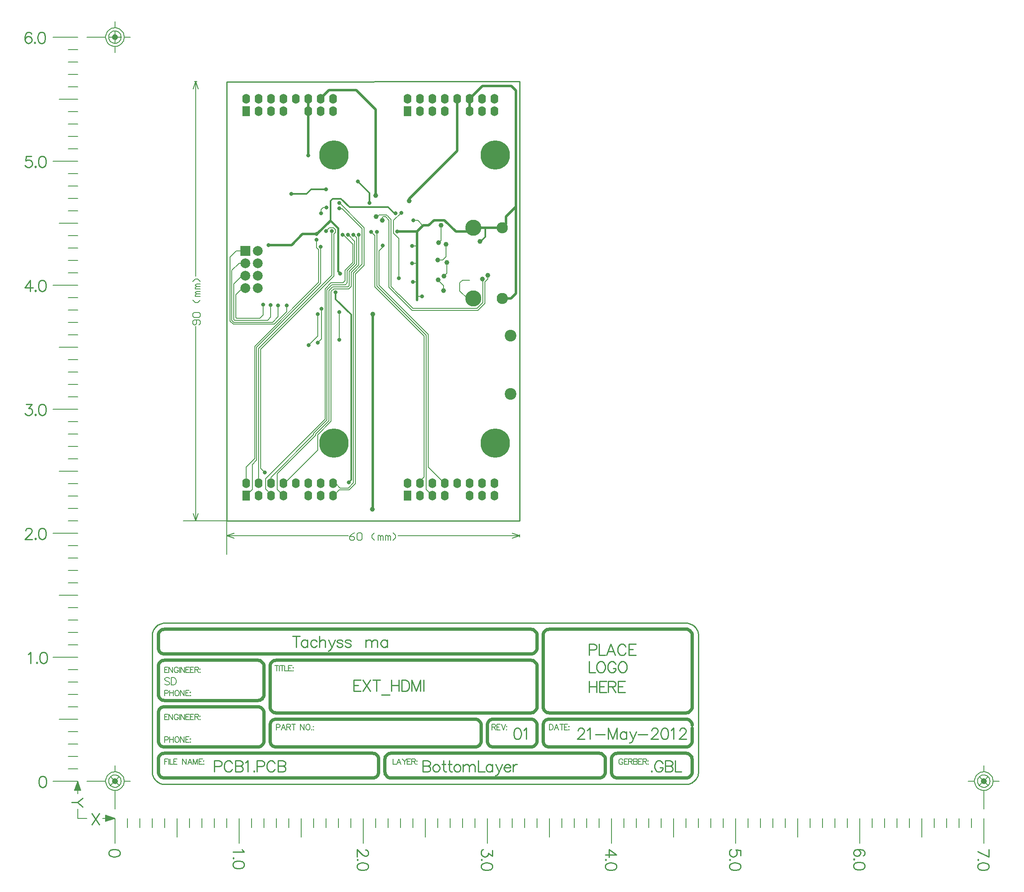
<source format=gbl>
%FSLAX44Y44*%
%MOMM*%
G71*
G01*
G75*
%ADD10R,0.5000X0.5000*%
%ADD11R,1.4000X1.2000*%
%ADD12R,0.5080X0.6350*%
%ADD13R,0.3000X0.9000*%
%ADD14R,0.9000X0.3000*%
%ADD15R,5.2000X5.2000*%
%ADD16R,1.6000X1.6000*%
%ADD17R,1.1000X0.6000*%
%ADD18R,6.7000X6.7000*%
%ADD19R,3.0000X1.6000*%
%ADD20R,2.6000X0.3000*%
%ADD21R,0.6350X0.5080*%
%ADD22R,0.6000X1.1000*%
%ADD23R,0.5000X1.0000*%
%ADD24C,0.5000*%
%ADD25C,0.3000*%
%ADD26C,0.2000*%
%ADD27C,0.2286*%
%ADD28C,0.6350*%
%ADD29C,0.2540*%
%ADD30C,0.2032*%
%ADD31C,0.2500*%
%ADD32C,0.1270*%
%ADD33C,0.1524*%
%ADD34C,2.4000*%
%ADD35R,1.6000X2.0000*%
%ADD36O,1.6000X2.0000*%
%ADD37C,6.0000*%
%ADD38C,2.3000*%
%ADD39C,3.3000*%
%ADD40C,2.0000*%
%ADD41R,2.0000X2.0000*%
%ADD42C,0.8000*%
%ADD43C,1.0000*%
%ADD44C,0.4000*%
D24*
X2332698Y2538898D02*
Y2542648D01*
X2430998Y2640948D01*
Y2747548D01*
X2464448Y2483648D02*
X2523298D01*
X2258198Y1906898D02*
Y2306148D01*
X2126448Y2631648D02*
Y2747298D01*
X2264698Y2549648D02*
Y2725148D01*
X2126198Y2747548D02*
X2126448Y2747298D01*
X2126219Y2747548D02*
X2126219Y2747527D01*
X2168690Y2765641D02*
X2224205D01*
X2151598Y2747548D02*
Y2748548D01*
X2224205Y2765641D02*
X2264698Y2725148D01*
X2151598Y2748548D02*
X2168690Y2765641D01*
X2361448Y2488148D02*
X2372948D01*
X2348948Y2475648D02*
X2361448Y2488148D01*
X2348948Y2334898D02*
Y2475648D01*
X2372698Y2488148D02*
X2383448Y2498898D01*
X2428448Y2475648D02*
X2456448D01*
X2405198Y2498898D02*
X2428448Y2475648D01*
X2383448Y2498898D02*
X2405198D01*
X2311198Y2475648D02*
X2348948D01*
X2114698Y2470648D02*
X2144448D01*
X2171698Y2497898D01*
X2308448Y2475398D02*
X2315948D01*
X2551148Y2348598D02*
Y2764448D01*
X2523548Y2338398D02*
X2540948D01*
X2551148Y2348598D01*
X2456448Y2475648D02*
X2464448Y2483648D01*
X2530948Y2491298D02*
Y2505898D01*
X2523298Y2483648D02*
X2530948Y2491298D01*
Y2505898D02*
X2551148Y2526098D01*
X2541698Y2773898D02*
X2551148Y2764448D01*
X2482748Y2773898D02*
X2541698D01*
X2456398Y2747548D02*
X2482748Y2773898D01*
X2456398Y2722148D02*
Y2747548D01*
X2044948Y2448148D02*
X2092198D01*
X2114698Y2470648D01*
D25*
X1998698Y1960648D02*
X1999198Y1961148D01*
X2132198Y2562398D02*
X2162448D01*
X2122809Y2553009D02*
X2132198Y2562398D01*
X2092059Y2553009D02*
X2122809D01*
X2091948Y2552898D02*
X2092059Y2553009D01*
X2091948Y2552898D02*
X2092948D01*
X2488698Y2464398D02*
Y2483648D01*
X2171698Y2538398D02*
X2176198Y2542898D01*
X2251645Y2525898D02*
X2289698D01*
X2171698Y2497898D02*
Y2538398D01*
X2289698Y2525898D02*
X2302698Y2512898D01*
X2304948D01*
X2251145Y2525398D02*
X2251645Y2525898D01*
X2210698Y2525398D02*
X2251145D01*
X2193198Y2542898D02*
X2210698Y2525398D01*
X2176198Y2542898D02*
X2193198D01*
X2251448Y2533898D02*
Y2554398D01*
X2227698Y2578148D02*
X2251448Y2554398D01*
X2208948Y1961648D02*
X2214198Y1966898D01*
Y2305148D01*
X2182448Y2336898D02*
X2214198Y2305148D01*
X2182448Y2336898D02*
Y2351398D01*
X2479698Y2455398D02*
X2488698Y2464398D01*
X2477948Y2455398D02*
X2479698D01*
D26*
X2028948Y1990648D02*
Y2234241D01*
Y1990648D02*
X2037198Y1982398D01*
X2038981Y1949148D02*
Y1968898D01*
X2039481Y1948398D02*
Y1948648D01*
X2038981Y1949148D02*
X2039481Y1948648D01*
X2038981Y1969652D02*
X2160698Y2091369D01*
X2049770Y1934975D02*
Y1938109D01*
X2039481Y1948398D02*
X2049770Y1938109D01*
Y1934976D02*
X2049998Y1934748D01*
X2024948Y1960498D02*
Y2235898D01*
X2024598Y1960148D02*
X2024948Y1960498D01*
X2012198Y1947748D02*
Y1998398D01*
X1999198Y1934748D02*
X2012198Y1947748D01*
X1999198Y1961148D02*
Y1993148D01*
X2295448Y2363055D02*
Y2500398D01*
X2270948Y2365462D02*
X2371698Y2264712D01*
X2404698Y1960148D02*
X2405198D01*
X2371698Y1993148D02*
X2404698Y1960148D01*
X2371698Y1993148D02*
Y2264712D01*
X2266948Y2363805D02*
X2367698Y2263055D01*
Y1947248D02*
Y2263055D01*
X2270948Y2365462D02*
Y2436148D01*
X2266948Y2363805D02*
Y2474898D01*
X2262948Y2362148D02*
Y2467148D01*
Y2362148D02*
X2363698Y2261398D01*
Y1972898D02*
Y2261398D01*
X2270948Y2436148D02*
X2278448Y2443648D01*
Y2447148D01*
X2206198Y2394869D02*
X2221448Y2410119D01*
X2202448Y2366648D02*
X2206198Y2370398D01*
Y2394869D01*
X2201948Y2366648D02*
X2202448D01*
X2174698Y2366398D02*
X2202448D01*
X2255448Y2474648D02*
X2262948Y2467148D01*
X2354798Y1963998D02*
X2363698Y1972898D01*
X2354798Y1960148D02*
Y1963998D01*
X2367698Y1947248D02*
X2380198Y1934748D01*
X2190198Y2253898D02*
Y2310398D01*
X2145448Y2247648D02*
X2153448Y2255648D01*
Y2317148D01*
X2127198Y2243148D02*
X2145698Y2261648D01*
Y2306648D01*
X2178448Y2358398D02*
X2209448D01*
X2160698Y2091369D02*
Y2358148D01*
X2172948Y2370398D01*
X2197448D01*
X2201948Y2374898D01*
Y2396275D01*
X2217448Y2411776D01*
Y2449148D01*
X2197948Y2468648D02*
X2217448Y2449148D01*
X2196948Y2468648D02*
X2197948D01*
X2049998Y1960148D02*
Y1971855D01*
X2137698Y2059555D01*
Y2062712D01*
X2164698Y2089712D01*
Y2356398D01*
X2174698Y2366398D01*
X2221448Y2410119D02*
Y2455648D01*
X2208448Y2468648D02*
X2221448Y2455648D01*
X2207948Y2468648D02*
X2208448D01*
X2063198Y1946948D02*
X2075398Y1934748D01*
X2063198Y1946948D02*
Y1979398D01*
X2141698Y2057898D01*
Y2061055D01*
X2168948Y2088305D01*
Y2354898D01*
X2176448Y2362398D01*
X2207791D01*
X2210198Y2364805D01*
Y2393212D01*
X2225448Y2408462D01*
Y2462648D01*
X2219448Y2468648D02*
X2225448Y2462648D01*
X2218698Y2468648D02*
X2219448D01*
X2077948Y1960148D02*
X2145698Y2027898D01*
X2075398Y1960148D02*
X2077948D01*
X2145698Y2027898D02*
Y2059398D01*
X2173198Y2086898D01*
Y2353148D01*
X2178448Y2358398D01*
X2209448D02*
X2214198Y2363148D01*
Y2391555D01*
X2229448Y2406805D01*
Y2468898D01*
X2195948Y2522491D02*
X2236698Y2481741D01*
X2218448Y2390148D02*
X2236698Y2408398D01*
X2218698Y1960555D02*
Y2384648D01*
X2236698Y2408398D02*
Y2481741D01*
X2218448Y2384648D02*
Y2390148D01*
X2240698Y2406398D02*
Y2483398D01*
X2222698Y2388398D02*
X2240698Y2406398D01*
X2222698Y1958898D02*
Y2388398D01*
X2189448Y2534648D02*
X2240698Y2483398D01*
X2189948Y2533898D02*
X2190198D01*
X2189448Y2534648D02*
X2189448D01*
X2191104Y2522491D02*
X2195948D01*
X2189698Y2523148D02*
X2190448D01*
X2191104Y2522491D01*
X1978148Y2299698D02*
Y2346348D01*
X1980198Y2297648D02*
X2027448D01*
X1978148Y2299698D02*
X1980198Y2297648D01*
X1974148Y2368098D02*
X1991198Y2385148D01*
X1974148Y2295512D02*
Y2368098D01*
X1991198Y2385148D02*
X1997198D01*
X1976011Y2293648D02*
X2043198D01*
X1974148Y2295512D02*
X1976011Y2293648D01*
X1991698Y2359898D02*
X1997448D01*
X1978148Y2346348D02*
X1991698Y2359898D01*
X2027448Y2297648D02*
X2034448Y2304648D01*
Y2325648D01*
X2043198Y2293648D02*
X2049698Y2300148D01*
Y2324898D01*
X1984548Y2410248D02*
X1997448D01*
X1970148Y2395848D02*
X1984548Y2410248D01*
X1970148Y2293855D02*
Y2395848D01*
Y2293855D02*
X1974355Y2289648D01*
X2053198D01*
X2064698Y2301148D01*
Y2324148D01*
X1978948Y2435648D02*
X1997448D01*
X1966148Y2422848D02*
X1978948Y2435648D01*
X1966148Y2292198D02*
Y2422848D01*
Y2292198D02*
X1972698Y2285648D01*
X2056634D01*
X2082198Y2311212D01*
Y2324148D01*
X2351033Y2498148D02*
X2361240Y2487941D01*
X2348448Y2410648D02*
X2348948Y2410148D01*
X2340448Y2372648D02*
X2348948D01*
X2397948Y2457398D02*
Y2488148D01*
X2392948Y2452398D02*
X2397948Y2457398D01*
X2392948Y2452398D02*
Y2452398D01*
X2407948Y2424398D02*
Y2449398D01*
X2401198Y2417648D02*
X2407948Y2424398D01*
X2391448Y2417648D02*
X2401198D01*
X2403948Y2384648D02*
X2409698Y2390398D01*
Y2411898D01*
X2349198Y2342398D02*
X2359448D01*
X2403448Y2354648D02*
Y2364898D01*
X2392448Y2375898D02*
X2403448Y2364898D01*
X2392448Y2375898D02*
Y2376398D01*
X2291448Y2361398D02*
Y2498741D01*
X2279198Y2505898D02*
X2284291D01*
X2277948Y2499648D02*
Y2504648D01*
X2277448Y2499148D02*
X2277948Y2499648D01*
X2277198Y2499148D02*
X2277448D01*
Y2498648D02*
Y2499148D01*
X2277948Y2504648D02*
X2279198Y2505898D01*
X2284291D02*
X2291448Y2498741D01*
X2271203Y2509904D02*
X2286192D01*
X2290073Y2505773D02*
X2295448Y2500398D01*
X2286192Y2509904D02*
X2290198Y2505898D01*
X2266948Y2505648D02*
X2271203Y2509904D01*
X2265448Y2505648D02*
X2266948D01*
X2300948Y2498398D02*
X2316448Y2513898D01*
X2311698Y2380398D02*
Y2461148D01*
X2300948Y2471898D02*
X2311698Y2461148D01*
X2300948Y2471898D02*
Y2498398D01*
X2436448Y2353898D02*
Y2370398D01*
X2441948Y2375898D01*
X2456348D01*
X2451948Y2338398D02*
X2463948D01*
X2436448Y2353898D02*
X2451948Y2338398D01*
X2338948Y2446398D02*
X2348698D01*
X2339198Y2410648D02*
X2348448D01*
X2341448Y2498148D02*
X2351033D01*
X2295448Y2363055D02*
X2311355Y2347148D01*
X2311448D01*
X2291448Y2361398D02*
X2307448Y2345398D01*
X2307448D01*
X2178698Y2383898D02*
Y2470398D01*
X2191948Y1950148D02*
X2208291D01*
X2218698Y1960555D01*
X2209948Y1946148D02*
X2222698Y1958898D01*
X2189948Y1946148D02*
X2209948D01*
X2178548Y1934748D02*
X2189948Y1946148D01*
X2176998Y1934748D02*
X2178548D01*
X2181948Y1960148D02*
X2191948Y1950148D01*
X2176998Y1960148D02*
X2181948D01*
X2156948Y2525148D02*
X2163698D01*
X2152698Y2520898D02*
X2156948Y2525148D01*
X2152698Y2512898D02*
Y2520898D01*
X2147948Y2371305D02*
Y2438148D01*
X2151948Y2369648D02*
Y2444648D01*
X2016948Y2011148D02*
Y2240305D01*
X1999198Y1993398D02*
X2016948Y2011148D01*
X1999198Y1989898D02*
Y1993398D01*
X2016948Y2240305D02*
X2147948Y2371305D01*
X2143198Y2442898D02*
X2147948Y2438148D01*
X2143198Y2442898D02*
Y2458898D01*
X2012198Y1998398D02*
X2020948Y2007148D01*
Y2238648D01*
X2151948Y2369648D01*
X2028948Y2234241D02*
X2055105Y2260398D01*
X2024948Y2235898D02*
X2174698Y2385648D01*
X2055198Y2260398D02*
X2178698Y2383898D01*
Y2470398D02*
X2181948Y2473648D01*
Y2479398D01*
X2177948Y2483398D02*
X2181948Y2479398D01*
X2169448Y2483398D02*
X2177948D01*
X2162698Y2476648D02*
X2169448Y2483398D01*
X2174698Y2385648D02*
Y2476398D01*
X2483948Y2330148D02*
Y2375148D01*
X2482948Y2376148D02*
X2483948Y2375148D01*
X2482948Y2376148D02*
Y2378648D01*
X2487948Y2328398D02*
Y2372148D01*
X2493948Y2378148D02*
Y2385898D01*
X2487948Y2372148D02*
X2493948Y2378148D01*
X2338948Y2313898D02*
X2473448D01*
X2307448Y2345398D02*
X2338948Y2313898D01*
X2473448D02*
X2487948Y2328398D01*
X2340698Y2317898D02*
X2471698D01*
X2311448Y2347148D02*
X2340698Y2317898D01*
X2471698D02*
X2483948Y2330148D01*
X2559398Y1850218D02*
Y1855298D01*
X1959398Y1850218D02*
Y1855298D01*
X2544158Y1847678D02*
X2559398Y1852758D01*
X2544158Y1857838D02*
X2559398Y1852758D01*
X1959398D02*
X1974638Y1847678D01*
X1959398Y1852758D02*
X1974638Y1857838D01*
X2310437Y1852758D02*
X2559398D01*
X1959398D02*
X2208359D01*
X1959398Y1814658D02*
Y1883238D01*
X1893358Y2783238D02*
X1898438D01*
X1893358Y1883238D02*
X1898438D01*
X1895898Y2783238D02*
X1900978Y2767998D01*
X1890818D02*
X1895898Y2783238D01*
Y1883238D02*
X1900978Y1898478D01*
X1890818D02*
X1895898Y1883238D01*
Y2384277D02*
Y2783238D01*
Y1883238D02*
Y2282199D01*
X1870498Y1883238D02*
X1959398D01*
D27*
X2829166Y1371065D02*
X2828078Y1369977D01*
X2829166Y1368888D01*
X2830255Y1369977D01*
X2829166Y1371065D01*
X2851586Y1386302D02*
X2850497Y1388478D01*
X2848321Y1390655D01*
X2846144Y1391743D01*
X2841791D01*
X2839614Y1390655D01*
X2837437Y1388478D01*
X2836349Y1386302D01*
X2835261Y1383036D01*
Y1377595D01*
X2836349Y1374330D01*
X2837437Y1372153D01*
X2839614Y1369977D01*
X2841791Y1368888D01*
X2846144D01*
X2848321Y1369977D01*
X2850497Y1372153D01*
X2851586Y1374330D01*
Y1377595D01*
X2846144D02*
X2851586D01*
X2856810Y1391743D02*
Y1368888D01*
Y1391743D02*
X2866605D01*
X2869870Y1390655D01*
X2870958Y1389567D01*
X2872047Y1387390D01*
Y1385213D01*
X2870958Y1383036D01*
X2869870Y1381948D01*
X2866605Y1380860D01*
X2856810D02*
X2866605D01*
X2869870Y1379772D01*
X2870958Y1378683D01*
X2872047Y1376507D01*
Y1373241D01*
X2870958Y1371065D01*
X2869870Y1369977D01*
X2866605Y1368888D01*
X2856810D01*
X2877162Y1391743D02*
Y1368888D01*
X2890222D01*
X2101636Y1647013D02*
Y1624158D01*
X2094018Y1647013D02*
X2109254D01*
X2125035Y1639395D02*
Y1624158D01*
Y1636130D02*
X2122859Y1638306D01*
X2120682Y1639395D01*
X2117417D01*
X2115240Y1638306D01*
X2113064Y1636130D01*
X2111975Y1632865D01*
Y1630688D01*
X2113064Y1627423D01*
X2115240Y1625246D01*
X2117417Y1624158D01*
X2120682D01*
X2122859Y1625246D01*
X2125035Y1627423D01*
X2144190Y1636130D02*
X2142013Y1638306D01*
X2139837Y1639395D01*
X2136572D01*
X2134395Y1638306D01*
X2132218Y1636130D01*
X2131130Y1632865D01*
Y1630688D01*
X2132218Y1627423D01*
X2134395Y1625246D01*
X2136572Y1624158D01*
X2139837D01*
X2142013Y1625246D01*
X2144190Y1627423D01*
X2149088Y1647013D02*
Y1624158D01*
Y1635042D02*
X2152353Y1638306D01*
X2154529Y1639395D01*
X2157794D01*
X2159971Y1638306D01*
X2161059Y1635042D01*
Y1624158D01*
X2168134Y1639395D02*
X2174664Y1624158D01*
X2181194Y1639395D02*
X2174664Y1624158D01*
X2172487Y1619805D01*
X2170310Y1617628D01*
X2168134Y1616540D01*
X2167045D01*
X2196974Y1636130D02*
X2195886Y1638306D01*
X2192621Y1639395D01*
X2189356D01*
X2186091Y1638306D01*
X2185003Y1636130D01*
X2186091Y1633953D01*
X2188268Y1632865D01*
X2193709Y1631776D01*
X2195886Y1630688D01*
X2196974Y1628512D01*
Y1627423D01*
X2195886Y1625246D01*
X2192621Y1624158D01*
X2189356D01*
X2186091Y1625246D01*
X2185003Y1627423D01*
X2213735Y1636130D02*
X2212646Y1638306D01*
X2209382Y1639395D01*
X2206116D01*
X2202852Y1638306D01*
X2201763Y1636130D01*
X2202852Y1633953D01*
X2205028Y1632865D01*
X2210470Y1631776D01*
X2212646Y1630688D01*
X2213735Y1628512D01*
Y1627423D01*
X2212646Y1625246D01*
X2209382Y1624158D01*
X2206116D01*
X2202852Y1625246D01*
X2201763Y1627423D01*
X2243664Y1639395D02*
Y1624158D01*
Y1635042D02*
X2246929Y1638306D01*
X2249106Y1639395D01*
X2252371D01*
X2254548Y1638306D01*
X2255636Y1635042D01*
Y1624158D01*
Y1635042D02*
X2258901Y1638306D01*
X2261078Y1639395D01*
X2264343D01*
X2266519Y1638306D01*
X2267608Y1635042D01*
Y1624158D01*
X2287851Y1639395D02*
Y1624158D01*
Y1636130D02*
X2285674Y1638306D01*
X2283497Y1639395D01*
X2280232D01*
X2278056Y1638306D01*
X2275879Y1636130D01*
X2274791Y1632865D01*
Y1630688D01*
X2275879Y1627423D01*
X2278056Y1625246D01*
X2280232Y1624158D01*
X2283497D01*
X2285674Y1625246D01*
X2287851Y1627423D01*
X2233896Y1556843D02*
X2219748D01*
Y1533988D01*
X2233896D01*
X2219748Y1545960D02*
X2228454D01*
X2237705Y1556843D02*
X2252942Y1533988D01*
Y1556843D02*
X2237705Y1533988D01*
X2265676Y1556843D02*
Y1533988D01*
X2258057Y1556843D02*
X2273294D01*
X2276015Y1526370D02*
X2293428D01*
X2296367Y1556843D02*
Y1533988D01*
X2311603Y1556843D02*
Y1533988D01*
X2296367Y1545960D02*
X2311603D01*
X2317916Y1556843D02*
Y1533988D01*
Y1556843D02*
X2325534D01*
X2328799Y1555755D01*
X2330976Y1553578D01*
X2332064Y1551402D01*
X2333152Y1548136D01*
Y1542695D01*
X2332064Y1539430D01*
X2330976Y1537253D01*
X2328799Y1535076D01*
X2325534Y1533988D01*
X2317916D01*
X2338268Y1556843D02*
Y1533988D01*
Y1556843D02*
X2346974Y1533988D01*
X2355681Y1556843D02*
X2346974Y1533988D01*
X2355681Y1556843D02*
Y1533988D01*
X2362211Y1556843D02*
Y1533988D01*
X1933998Y1379772D02*
X1943793D01*
X1947058Y1380860D01*
X1948146Y1381948D01*
X1949234Y1384125D01*
Y1387390D01*
X1948146Y1389567D01*
X1947058Y1390655D01*
X1943793Y1391743D01*
X1933998D01*
Y1368888D01*
X1970675Y1386302D02*
X1969586Y1388478D01*
X1967410Y1390655D01*
X1965233Y1391743D01*
X1960880D01*
X1958703Y1390655D01*
X1956526Y1388478D01*
X1955438Y1386302D01*
X1954350Y1383036D01*
Y1377595D01*
X1955438Y1374330D01*
X1956526Y1372153D01*
X1958703Y1369977D01*
X1960880Y1368888D01*
X1965233D01*
X1967410Y1369977D01*
X1969586Y1372153D01*
X1970675Y1374330D01*
X1977096Y1391743D02*
Y1368888D01*
Y1391743D02*
X1986891D01*
X1990156Y1390655D01*
X1991244Y1389567D01*
X1992333Y1387390D01*
Y1385213D01*
X1991244Y1383036D01*
X1990156Y1381948D01*
X1986891Y1380860D01*
X1977096D02*
X1986891D01*
X1990156Y1379772D01*
X1991244Y1378683D01*
X1992333Y1376507D01*
Y1373241D01*
X1991244Y1371065D01*
X1990156Y1369977D01*
X1986891Y1368888D01*
X1977096D01*
X1997448Y1387390D02*
X1999624Y1388478D01*
X2002890Y1391743D01*
Y1368888D01*
X2015297Y1371065D02*
X2014208Y1369977D01*
X2015297Y1368888D01*
X2016385Y1369977D01*
X2015297Y1371065D01*
X2021391Y1379772D02*
X2031186D01*
X2034451Y1380860D01*
X2035540Y1381948D01*
X2036628Y1384125D01*
Y1387390D01*
X2035540Y1389567D01*
X2034451Y1390655D01*
X2031186Y1391743D01*
X2021391D01*
Y1368888D01*
X2058068Y1386302D02*
X2056980Y1388478D01*
X2054803Y1390655D01*
X2052627Y1391743D01*
X2048273D01*
X2046096Y1390655D01*
X2043920Y1388478D01*
X2042832Y1386302D01*
X2041743Y1383036D01*
Y1377595D01*
X2042832Y1374330D01*
X2043920Y1372153D01*
X2046096Y1369977D01*
X2048273Y1368888D01*
X2052627D01*
X2054803Y1369977D01*
X2056980Y1372153D01*
X2058068Y1374330D01*
X2064489Y1391743D02*
Y1368888D01*
Y1391743D02*
X2074285D01*
X2077549Y1390655D01*
X2078638Y1389567D01*
X2079726Y1387390D01*
Y1385213D01*
X2078638Y1383036D01*
X2077549Y1381948D01*
X2074285Y1380860D01*
X2064489D02*
X2074285D01*
X2077549Y1379772D01*
X2078638Y1378683D01*
X2079726Y1376507D01*
Y1373241D01*
X2078638Y1371065D01*
X2077549Y1369977D01*
X2074285Y1368888D01*
X2064489D01*
X2360718Y1391743D02*
Y1368888D01*
Y1391743D02*
X2370513D01*
X2373778Y1390655D01*
X2374866Y1389567D01*
X2375954Y1387390D01*
Y1385213D01*
X2374866Y1383036D01*
X2373778Y1381948D01*
X2370513Y1380860D01*
X2360718D02*
X2370513D01*
X2373778Y1379772D01*
X2374866Y1378683D01*
X2375954Y1376507D01*
Y1373241D01*
X2374866Y1371065D01*
X2373778Y1369977D01*
X2370513Y1368888D01*
X2360718D01*
X2386511Y1384125D02*
X2384335Y1383036D01*
X2382158Y1380860D01*
X2381070Y1377595D01*
Y1375418D01*
X2382158Y1372153D01*
X2384335Y1369977D01*
X2386511Y1368888D01*
X2389776D01*
X2391953Y1369977D01*
X2394130Y1372153D01*
X2395218Y1375418D01*
Y1377595D01*
X2394130Y1380860D01*
X2391953Y1383036D01*
X2389776Y1384125D01*
X2386511D01*
X2403489Y1391743D02*
Y1373241D01*
X2404578Y1369977D01*
X2406754Y1368888D01*
X2408931D01*
X2400224Y1384125D02*
X2407843D01*
X2415461Y1391743D02*
Y1373241D01*
X2416549Y1369977D01*
X2418726Y1368888D01*
X2420903D01*
X2412196Y1384125D02*
X2419814D01*
X2429610D02*
X2427433Y1383036D01*
X2425256Y1380860D01*
X2424168Y1377595D01*
Y1375418D01*
X2425256Y1372153D01*
X2427433Y1369977D01*
X2429610Y1368888D01*
X2432874D01*
X2435051Y1369977D01*
X2437228Y1372153D01*
X2438316Y1375418D01*
Y1377595D01*
X2437228Y1380860D01*
X2435051Y1383036D01*
X2432874Y1384125D01*
X2429610D01*
X2443323D02*
Y1368888D01*
Y1379772D02*
X2446588Y1383036D01*
X2448764Y1384125D01*
X2452029D01*
X2454206Y1383036D01*
X2455294Y1379772D01*
Y1368888D01*
Y1379772D02*
X2458559Y1383036D01*
X2460736Y1384125D01*
X2464001D01*
X2466178Y1383036D01*
X2467266Y1379772D01*
Y1368888D01*
X2474449Y1391743D02*
Y1368888D01*
X2487509D01*
X2503072Y1384125D02*
Y1368888D01*
Y1380860D02*
X2500896Y1383036D01*
X2498719Y1384125D01*
X2495454D01*
X2493277Y1383036D01*
X2491101Y1380860D01*
X2490012Y1377595D01*
Y1375418D01*
X2491101Y1372153D01*
X2493277Y1369977D01*
X2495454Y1368888D01*
X2498719D01*
X2500896Y1369977D01*
X2503072Y1372153D01*
X2510255Y1384125D02*
X2516785Y1368888D01*
X2523315Y1384125D02*
X2516785Y1368888D01*
X2514609Y1364535D01*
X2512432Y1362358D01*
X2510255Y1361270D01*
X2509167D01*
X2527125Y1377595D02*
X2540185D01*
Y1379772D01*
X2539096Y1381948D01*
X2538008Y1383036D01*
X2535831Y1384125D01*
X2532566D01*
X2530390Y1383036D01*
X2528213Y1380860D01*
X2527125Y1377595D01*
Y1375418D01*
X2528213Y1372153D01*
X2530390Y1369977D01*
X2532566Y1368888D01*
X2535831D01*
X2538008Y1369977D01*
X2540185Y1372153D01*
X2545082Y1384125D02*
Y1368888D01*
Y1377595D02*
X2546171Y1380860D01*
X2548347Y1383036D01*
X2550524Y1384125D01*
X2553789D01*
X2553303Y1458418D02*
X2550038Y1457330D01*
X2547861Y1454065D01*
X2546773Y1448623D01*
Y1445358D01*
X2547861Y1439917D01*
X2550038Y1436651D01*
X2553303Y1435563D01*
X2555479D01*
X2558744Y1436651D01*
X2560921Y1439917D01*
X2562009Y1445358D01*
Y1448623D01*
X2560921Y1454065D01*
X2558744Y1457330D01*
X2555479Y1458418D01*
X2553303D01*
X2567125Y1454065D02*
X2569301Y1455153D01*
X2572566Y1458418D01*
Y1435563D01*
X2701078Y1618531D02*
X2710873D01*
X2714138Y1619620D01*
X2715226Y1620708D01*
X2716314Y1622885D01*
Y1626150D01*
X2715226Y1628327D01*
X2714138Y1629415D01*
X2710873Y1630503D01*
X2701078D01*
Y1607648D01*
X2721430Y1630503D02*
Y1607648D01*
X2734490D01*
X2754406D02*
X2745699Y1630503D01*
X2736993Y1607648D01*
X2740258Y1615267D02*
X2751141D01*
X2776064Y1625061D02*
X2774976Y1627238D01*
X2772799Y1629415D01*
X2770623Y1630503D01*
X2766269D01*
X2764092Y1629415D01*
X2761916Y1627238D01*
X2760827Y1625061D01*
X2759739Y1621797D01*
Y1616355D01*
X2760827Y1613090D01*
X2761916Y1610913D01*
X2764092Y1608737D01*
X2766269Y1607648D01*
X2770623D01*
X2772799Y1608737D01*
X2774976Y1610913D01*
X2776064Y1613090D01*
X2796634Y1630503D02*
X2782485D01*
Y1607648D01*
X2796634D01*
X2782485Y1619620D02*
X2791192D01*
X2701078Y1594943D02*
Y1572088D01*
X2714138D01*
X2723171Y1594943D02*
X2720994Y1593855D01*
X2718818Y1591678D01*
X2717729Y1589501D01*
X2716641Y1586237D01*
Y1580795D01*
X2717729Y1577530D01*
X2718818Y1575353D01*
X2720994Y1573177D01*
X2723171Y1572088D01*
X2727524D01*
X2729701Y1573177D01*
X2731878Y1575353D01*
X2732966Y1577530D01*
X2734054Y1580795D01*
Y1586237D01*
X2732966Y1589501D01*
X2731878Y1591678D01*
X2729701Y1593855D01*
X2727524Y1594943D01*
X2723171D01*
X2755712Y1589501D02*
X2754624Y1591678D01*
X2752447Y1593855D01*
X2750271Y1594943D01*
X2745917D01*
X2743741Y1593855D01*
X2741564Y1591678D01*
X2740475Y1589501D01*
X2739387Y1586237D01*
Y1580795D01*
X2740475Y1577530D01*
X2741564Y1575353D01*
X2743741Y1573177D01*
X2745917Y1572088D01*
X2750271D01*
X2752447Y1573177D01*
X2754624Y1575353D01*
X2755712Y1577530D01*
Y1580795D01*
X2750271D02*
X2755712D01*
X2767466Y1594943D02*
X2765290Y1593855D01*
X2763113Y1591678D01*
X2762025Y1589501D01*
X2760936Y1586237D01*
Y1580795D01*
X2762025Y1577530D01*
X2763113Y1575353D01*
X2765290Y1573177D01*
X2767466Y1572088D01*
X2771820D01*
X2773996Y1573177D01*
X2776173Y1575353D01*
X2777261Y1577530D01*
X2778350Y1580795D01*
Y1586237D01*
X2777261Y1589501D01*
X2776173Y1591678D01*
X2773996Y1593855D01*
X2771820Y1594943D01*
X2767466D01*
X2701078Y1554303D02*
Y1531448D01*
X2716314Y1554303D02*
Y1531448D01*
X2701078Y1543420D02*
X2716314D01*
X2736775Y1554303D02*
X2722627D01*
Y1531448D01*
X2736775D01*
X2722627Y1543420D02*
X2731334D01*
X2740584Y1554303D02*
Y1531448D01*
Y1554303D02*
X2750379D01*
X2753644Y1553215D01*
X2754733Y1552127D01*
X2755821Y1549950D01*
Y1547773D01*
X2754733Y1545596D01*
X2753644Y1544508D01*
X2750379Y1543420D01*
X2740584D01*
X2748203D02*
X2755821Y1531448D01*
X2775085Y1554303D02*
X2760936D01*
Y1531448D01*
X2775085D01*
X2760936Y1543420D02*
X2769643D01*
X2678036Y1452977D02*
Y1454065D01*
X2679124Y1456242D01*
X2680213Y1457330D01*
X2682390Y1458418D01*
X2686743D01*
X2688919Y1457330D01*
X2690008Y1456242D01*
X2691096Y1454065D01*
Y1451888D01*
X2690008Y1449711D01*
X2687831Y1446447D01*
X2676948Y1435563D01*
X2692184D01*
X2697299Y1454065D02*
X2699476Y1455153D01*
X2702741Y1458418D01*
Y1435563D01*
X2714060Y1445358D02*
X2733650D01*
X2740398Y1458418D02*
Y1435563D01*
Y1458418D02*
X2749105Y1435563D01*
X2757811Y1458418D02*
X2749105Y1435563D01*
X2757811Y1458418D02*
Y1435563D01*
X2777401Y1450800D02*
Y1435563D01*
Y1447535D02*
X2775225Y1449711D01*
X2773048Y1450800D01*
X2769783D01*
X2767606Y1449711D01*
X2765430Y1447535D01*
X2764341Y1444270D01*
Y1442093D01*
X2765430Y1438828D01*
X2767606Y1436651D01*
X2769783Y1435563D01*
X2773048D01*
X2775225Y1436651D01*
X2777401Y1438828D01*
X2784584Y1450800D02*
X2791115Y1435563D01*
X2797644Y1450800D02*
X2791115Y1435563D01*
X2788938Y1431210D01*
X2786761Y1429033D01*
X2784584Y1427945D01*
X2783496D01*
X2801454Y1445358D02*
X2821044D01*
X2828880Y1452977D02*
Y1454065D01*
X2829968Y1456242D01*
X2831057Y1457330D01*
X2833233Y1458418D01*
X2837586D01*
X2839763Y1457330D01*
X2840851Y1456242D01*
X2841940Y1454065D01*
Y1451888D01*
X2840851Y1449711D01*
X2838675Y1446447D01*
X2827791Y1435563D01*
X2843028D01*
X2854673Y1458418D02*
X2851408Y1457330D01*
X2849232Y1454065D01*
X2848143Y1448623D01*
Y1445358D01*
X2849232Y1439917D01*
X2851408Y1436651D01*
X2854673Y1435563D01*
X2856850D01*
X2860115Y1436651D01*
X2862292Y1439917D01*
X2863380Y1445358D01*
Y1448623D01*
X2862292Y1454065D01*
X2860115Y1457330D01*
X2856850Y1458418D01*
X2854673D01*
X2868495Y1454065D02*
X2870672Y1455153D01*
X2873937Y1458418D01*
Y1435563D01*
X2886344Y1452977D02*
Y1454065D01*
X2887432Y1456242D01*
X2888521Y1457330D01*
X2890697Y1458418D01*
X2895051D01*
X2897227Y1457330D01*
X2898316Y1456242D01*
X2899404Y1454065D01*
Y1451888D01*
X2898316Y1449711D01*
X2896139Y1446447D01*
X2885256Y1435563D01*
X2900492D01*
X1664753Y1314913D02*
X1653869Y1306206D01*
X1641898D01*
X1664753Y1297500D02*
X1653869Y1306206D01*
X1683173Y1283793D02*
X1698409Y1260938D01*
Y1283793D02*
X1683173Y1260938D01*
X3261688Y1197078D02*
X3263864Y1198166D01*
X3264953Y1201431D01*
Y1203608D01*
X3263864Y1206873D01*
X3260599Y1209050D01*
X3255158Y1210138D01*
X3249716D01*
X3245363Y1209050D01*
X3243186Y1206873D01*
X3242098Y1203608D01*
Y1202520D01*
X3243186Y1199255D01*
X3245363Y1197078D01*
X3248628Y1195990D01*
X3249716D01*
X3252981Y1197078D01*
X3255158Y1199255D01*
X3256246Y1202520D01*
Y1203608D01*
X3255158Y1206873D01*
X3252981Y1209050D01*
X3249716Y1210138D01*
X3244274Y1189895D02*
X3243186Y1190983D01*
X3242098Y1189895D01*
X3243186Y1188807D01*
X3244274Y1189895D01*
X3264953Y1177270D02*
X3263864Y1180535D01*
X3260599Y1182712D01*
X3255158Y1183800D01*
X3251893D01*
X3246451Y1182712D01*
X3243186Y1180535D01*
X3242098Y1177270D01*
Y1175094D01*
X3243186Y1171829D01*
X3246451Y1169652D01*
X3251893Y1168564D01*
X3255158D01*
X3260599Y1169652D01*
X3263864Y1171829D01*
X3264953Y1175094D01*
Y1177270D01*
X2756953Y1199255D02*
X2741716Y1210138D01*
Y1193813D01*
X2756953Y1199255D02*
X2734098D01*
X2736274Y1188698D02*
X2735186Y1189786D01*
X2734098Y1188698D01*
X2735186Y1187609D01*
X2736274Y1188698D01*
X2756953Y1176073D02*
X2755864Y1179338D01*
X2752599Y1181515D01*
X2747158Y1182603D01*
X2743893D01*
X2738451Y1181515D01*
X2735186Y1179338D01*
X2734098Y1176073D01*
Y1173896D01*
X2735186Y1170631D01*
X2738451Y1168455D01*
X2743893Y1167366D01*
X2747158D01*
X2752599Y1168455D01*
X2755864Y1170631D01*
X2756953Y1173896D01*
Y1176073D01*
X2243511Y1209050D02*
X2244599D01*
X2246776Y1207962D01*
X2247864Y1206873D01*
X2248953Y1204696D01*
Y1200343D01*
X2247864Y1198166D01*
X2246776Y1197078D01*
X2244599Y1195990D01*
X2242423D01*
X2240246Y1197078D01*
X2236981Y1199255D01*
X2226098Y1210138D01*
Y1194901D01*
X2228274Y1188698D02*
X2227186Y1189786D01*
X2226098Y1188698D01*
X2227186Y1187609D01*
X2228274Y1188698D01*
X2248953Y1176073D02*
X2247864Y1179338D01*
X2244599Y1181515D01*
X2239158Y1182603D01*
X2235893D01*
X2230451Y1181515D01*
X2227186Y1179338D01*
X2226098Y1176073D01*
Y1173896D01*
X2227186Y1170631D01*
X2230451Y1168455D01*
X2235893Y1167366D01*
X2239158D01*
X2244599Y1168455D01*
X2247864Y1170631D01*
X2248953Y1173896D01*
Y1176073D01*
X1740953Y1203608D02*
X1739864Y1206873D01*
X1736599Y1209050D01*
X1731158Y1210138D01*
X1727893D01*
X1722451Y1209050D01*
X1719186Y1206873D01*
X1718098Y1203608D01*
Y1201431D01*
X1719186Y1198166D01*
X1722451Y1195990D01*
X1727893Y1194901D01*
X1731158D01*
X1736599Y1195990D01*
X1739864Y1198166D01*
X1740953Y1201431D01*
Y1203608D01*
X1990599Y1210138D02*
X1991688Y1207962D01*
X1994953Y1204696D01*
X1972098D01*
X1974274Y1192289D02*
X1973186Y1193378D01*
X1972098Y1192289D01*
X1973186Y1191201D01*
X1974274Y1192289D01*
X1994953Y1179665D02*
X1993864Y1182930D01*
X1990599Y1185106D01*
X1985158Y1186195D01*
X1981893D01*
X1976451Y1185106D01*
X1973186Y1182930D01*
X1972098Y1179665D01*
Y1177488D01*
X1973186Y1174223D01*
X1976451Y1172046D01*
X1981893Y1170958D01*
X1985158D01*
X1990599Y1172046D01*
X1993864Y1174223D01*
X1994953Y1177488D01*
Y1179665D01*
X2502953Y1207962D02*
Y1195990D01*
X2494246Y1202520D01*
Y1199255D01*
X2493158Y1197078D01*
X2492069Y1195990D01*
X2488804Y1194901D01*
X2486628D01*
X2483363Y1195990D01*
X2481186Y1198166D01*
X2480098Y1201431D01*
Y1204696D01*
X2481186Y1207962D01*
X2482274Y1209050D01*
X2484451Y1210138D01*
X2482274Y1188698D02*
X2481186Y1189786D01*
X2480098Y1188698D01*
X2481186Y1187609D01*
X2482274Y1188698D01*
X2502953Y1176073D02*
X2501864Y1179338D01*
X2498599Y1181515D01*
X2493158Y1182603D01*
X2489893D01*
X2484451Y1181515D01*
X2481186Y1179338D01*
X2480098Y1176073D01*
Y1173896D01*
X2481186Y1170631D01*
X2484451Y1168455D01*
X2489893Y1167366D01*
X2493158D01*
X2498599Y1168455D01*
X2501864Y1170631D01*
X2502953Y1173896D01*
Y1176073D01*
X3010953Y1197078D02*
Y1207962D01*
X3001158Y1209050D01*
X3002246Y1207962D01*
X3003334Y1204696D01*
Y1201431D01*
X3002246Y1198166D01*
X3000069Y1195990D01*
X2996805Y1194901D01*
X2994628D01*
X2991363Y1195990D01*
X2989186Y1198166D01*
X2988098Y1201431D01*
Y1204696D01*
X2989186Y1207962D01*
X2990274Y1209050D01*
X2992451Y1210138D01*
X2990274Y1188698D02*
X2989186Y1189786D01*
X2988098Y1188698D01*
X2989186Y1187609D01*
X2990274Y1188698D01*
X3010953Y1176073D02*
X3009865Y1179338D01*
X3006599Y1181515D01*
X3001158Y1182603D01*
X2997893D01*
X2992451Y1181515D01*
X2989186Y1179338D01*
X2988098Y1176073D01*
Y1173896D01*
X2989186Y1170631D01*
X2992451Y1168455D01*
X2997893Y1167366D01*
X3001158D01*
X3006599Y1168455D01*
X3009865Y1170631D01*
X3010953Y1173896D01*
Y1176073D01*
X3518953Y1194901D02*
X3496098Y1205785D01*
X3518953Y1210138D02*
Y1194901D01*
X3498275Y1188698D02*
X3497186Y1189786D01*
X3496098Y1188698D01*
X3497186Y1187609D01*
X3498275Y1188698D01*
X3518953Y1176073D02*
X3517864Y1179338D01*
X3514599Y1181515D01*
X3509158Y1182603D01*
X3505893D01*
X3500451Y1181515D01*
X3497186Y1179338D01*
X3496098Y1176073D01*
Y1173896D01*
X3497186Y1170631D01*
X3500451Y1168455D01*
X3505893Y1167366D01*
X3509158D01*
X3514599Y1168455D01*
X3517864Y1170631D01*
X3518953Y1173896D01*
Y1176073D01*
X1559708Y2629993D02*
X1548824D01*
X1547736Y2620198D01*
X1548824Y2621287D01*
X1552089Y2622375D01*
X1555354D01*
X1558619Y2621287D01*
X1560796Y2619110D01*
X1561884Y2615845D01*
Y2613668D01*
X1560796Y2610403D01*
X1558619Y2608227D01*
X1555354Y2607138D01*
X1552089D01*
X1548824Y2608227D01*
X1547736Y2609315D01*
X1546648Y2611491D01*
X1568088Y2609315D02*
X1567000Y2608227D01*
X1568088Y2607138D01*
X1569176Y2608227D01*
X1568088Y2609315D01*
X1580713Y2629993D02*
X1577448Y2628905D01*
X1575271Y2625640D01*
X1574183Y2620198D01*
Y2616933D01*
X1575271Y2611491D01*
X1577448Y2608227D01*
X1580713Y2607138D01*
X1582889D01*
X1586154Y2608227D01*
X1588331Y2611491D01*
X1589419Y2616933D01*
Y2620198D01*
X1588331Y2625640D01*
X1586154Y2628905D01*
X1582889Y2629993D01*
X1580713D01*
X1548824Y2121993D02*
X1560796D01*
X1554266Y2113286D01*
X1557531D01*
X1559708Y2112198D01*
X1560796Y2111110D01*
X1561884Y2107845D01*
Y2105668D01*
X1560796Y2102403D01*
X1558619Y2100226D01*
X1555354Y2099138D01*
X1552089D01*
X1548824Y2100226D01*
X1547736Y2101315D01*
X1546648Y2103492D01*
X1568088Y2101315D02*
X1567000Y2100226D01*
X1568088Y2099138D01*
X1569176Y2100226D01*
X1568088Y2101315D01*
X1580713Y2121993D02*
X1577448Y2120905D01*
X1575271Y2117640D01*
X1574183Y2112198D01*
Y2108933D01*
X1575271Y2103492D01*
X1577448Y2100226D01*
X1580713Y2099138D01*
X1582889D01*
X1586154Y2100226D01*
X1588331Y2103492D01*
X1589419Y2108933D01*
Y2112198D01*
X1588331Y2117640D01*
X1586154Y2120905D01*
X1582889Y2121993D01*
X1580713D01*
X1552998Y1609640D02*
X1555174Y1610728D01*
X1558439Y1613993D01*
Y1591138D01*
X1570846Y1593315D02*
X1569758Y1592227D01*
X1570846Y1591138D01*
X1571935Y1592227D01*
X1570846Y1593315D01*
X1583471Y1613993D02*
X1580206Y1612905D01*
X1578029Y1609640D01*
X1576941Y1604198D01*
Y1600933D01*
X1578029Y1595491D01*
X1580206Y1592227D01*
X1583471Y1591138D01*
X1585648D01*
X1588913Y1592227D01*
X1591089Y1595491D01*
X1592178Y1600933D01*
Y1604198D01*
X1591089Y1609640D01*
X1588913Y1612905D01*
X1585648Y1613993D01*
X1583471D01*
X1581753Y1359993D02*
X1578488Y1358905D01*
X1576311Y1355640D01*
X1575223Y1350198D01*
Y1346933D01*
X1576311Y1341492D01*
X1578488Y1338226D01*
X1581753Y1337138D01*
X1583929D01*
X1587194Y1338226D01*
X1589371Y1341492D01*
X1590459Y1346933D01*
Y1350198D01*
X1589371Y1355640D01*
X1587194Y1358905D01*
X1583929Y1359993D01*
X1581753D01*
X1547736Y1862552D02*
Y1863640D01*
X1548824Y1865817D01*
X1549913Y1866905D01*
X1552089Y1867993D01*
X1556443D01*
X1558619Y1866905D01*
X1559708Y1865817D01*
X1560796Y1863640D01*
Y1861463D01*
X1559708Y1859286D01*
X1557531Y1856022D01*
X1546648Y1845138D01*
X1561884D01*
X1568088Y1847315D02*
X1567000Y1846227D01*
X1568088Y1845138D01*
X1569176Y1846227D01*
X1568088Y1847315D01*
X1580713Y1867993D02*
X1577448Y1866905D01*
X1575271Y1863640D01*
X1574183Y1858198D01*
Y1854933D01*
X1575271Y1849491D01*
X1577448Y1846227D01*
X1580713Y1845138D01*
X1582889D01*
X1586154Y1846227D01*
X1588331Y1849491D01*
X1589419Y1854933D01*
Y1858198D01*
X1588331Y1863640D01*
X1586154Y1866905D01*
X1582889Y1867993D01*
X1580713D01*
X1557531Y2375993D02*
X1546648Y2360757D01*
X1562973D01*
X1557531Y2375993D02*
Y2353138D01*
X1568088Y2355315D02*
X1567000Y2354227D01*
X1568088Y2353138D01*
X1569176Y2354227D01*
X1568088Y2355315D01*
X1580713Y2375993D02*
X1577448Y2374905D01*
X1575271Y2371640D01*
X1574183Y2366198D01*
Y2362933D01*
X1575271Y2357491D01*
X1577448Y2354227D01*
X1580713Y2353138D01*
X1582889D01*
X1586154Y2354227D01*
X1588331Y2357491D01*
X1589419Y2362933D01*
Y2366198D01*
X1588331Y2371640D01*
X1586154Y2374905D01*
X1582889Y2375993D01*
X1580713D01*
X1559708Y2880728D02*
X1558619Y2882905D01*
X1555354Y2883993D01*
X1553178D01*
X1549913Y2882905D01*
X1547736Y2879640D01*
X1546648Y2874198D01*
Y2868756D01*
X1547736Y2864403D01*
X1549913Y2862227D01*
X1553178Y2861138D01*
X1554266D01*
X1557531Y2862227D01*
X1559708Y2864403D01*
X1560796Y2867668D01*
Y2868756D01*
X1559708Y2872021D01*
X1557531Y2874198D01*
X1554266Y2875287D01*
X1553178D01*
X1549913Y2874198D01*
X1547736Y2872021D01*
X1546648Y2868756D01*
X1566891Y2863315D02*
X1565802Y2862227D01*
X1566891Y2861138D01*
X1567979Y2862227D01*
X1566891Y2863315D01*
X1579516Y2883993D02*
X1576250Y2882905D01*
X1574074Y2879640D01*
X1572986Y2874198D01*
Y2870933D01*
X1574074Y2865492D01*
X1576250Y2862227D01*
X1579516Y2861138D01*
X1581692D01*
X1584957Y2862227D01*
X1587134Y2865492D01*
X1588222Y2870933D01*
Y2874198D01*
X1587134Y2879640D01*
X1584957Y2882905D01*
X1581692Y2883993D01*
X1579516D01*
D28*
X2270548Y1394288D02*
X2270304Y1396766D01*
X2269581Y1399148D01*
X2268407Y1401344D01*
X2266828Y1403268D01*
X2264903Y1404848D01*
X2262708Y1406021D01*
X2260325Y1406744D01*
X2257848Y1406988D01*
X2258143Y1356187D02*
X2260604Y1356395D01*
X2262973Y1357094D01*
X2265153Y1358255D01*
X2267054Y1359833D01*
X2268597Y1361761D01*
X2269721Y1363960D01*
X2270379Y1366341D01*
X2270543Y1368806D01*
X2295948Y1406988D02*
X2293470Y1406744D01*
X2291088Y1406021D01*
X2288892Y1404848D01*
X2286967Y1403268D01*
X2285388Y1401344D01*
X2284214Y1399148D01*
X2283492Y1396766D01*
X2283248Y1394288D01*
Y1368888D02*
X2283486Y1366438D01*
X2284193Y1364079D01*
X2285342Y1361902D01*
X2286889Y1359987D01*
X2288777Y1358406D01*
X2290934Y1357220D01*
X2293280Y1356472D01*
X2295726Y1356190D01*
X2734098Y1394288D02*
X2733854Y1396766D01*
X2733131Y1399148D01*
X2731957Y1401344D01*
X2730378Y1403268D01*
X2728453Y1404848D01*
X2726258Y1406021D01*
X2723875Y1406744D01*
X2721398Y1406988D01*
X2721693Y1356187D02*
X2724154Y1356395D01*
X2726523Y1357094D01*
X2728703Y1358255D01*
X2730604Y1359833D01*
X2732148Y1361761D01*
X2733271Y1363960D01*
X2733929Y1366341D01*
X2734093Y1368806D01*
X2746798Y1368634D02*
X2747042Y1366179D01*
X2747766Y1363821D01*
X2748941Y1361652D01*
X2750520Y1359757D01*
X2752442Y1358211D01*
X2754632Y1357074D01*
X2757002Y1356392D01*
X2759461Y1356190D01*
X2759498Y1406988D02*
X2757020Y1406744D01*
X2754637Y1406021D01*
X2752442Y1404848D01*
X2750517Y1403268D01*
X2748938Y1401344D01*
X2747764Y1399148D01*
X2747042Y1396766D01*
X2746798Y1394288D01*
X2035598Y1585042D02*
X2035358Y1587470D01*
X2034650Y1589805D01*
X2033500Y1591957D01*
X2031952Y1593843D01*
X2030066Y1595391D01*
X2027915Y1596541D01*
X2025580Y1597249D01*
X2023152Y1597488D01*
X2023406Y1514938D02*
X2025784Y1515172D01*
X2028071Y1515866D01*
X2030179Y1516993D01*
X2032027Y1518509D01*
X2033543Y1520357D01*
X2034670Y1522464D01*
X2035363Y1524752D01*
X2035598Y1527130D01*
Y1489792D02*
X2035348Y1492274D01*
X2034608Y1494655D01*
X2033409Y1496842D01*
X2031797Y1498745D01*
X2029839Y1500289D01*
X2027612Y1501411D01*
X2025206Y1502068D01*
X2022717Y1502231D01*
X2048298Y1501984D02*
X2048537Y1499556D01*
X2049245Y1497221D01*
X2050395Y1495069D01*
X2051943Y1493183D01*
X2053829Y1491636D01*
X2055981Y1490486D01*
X2058316Y1489777D01*
X2060744Y1489538D01*
X2048298Y1432134D02*
X2048537Y1429706D01*
X2049245Y1427371D01*
X2050395Y1425220D01*
X2051943Y1423333D01*
X2053829Y1421786D01*
X2055981Y1420636D01*
X2058316Y1419927D01*
X2060744Y1419688D01*
X2023152D02*
X2025580Y1419927D01*
X2027915Y1420636D01*
X2030066Y1421786D01*
X2031952Y1423333D01*
X2033500Y1425220D01*
X2034650Y1427371D01*
X2035358Y1429706D01*
X2035598Y1432134D01*
X2480098Y1464392D02*
X2479859Y1466820D01*
X2479150Y1469155D01*
X2478000Y1471307D01*
X2476452Y1473193D01*
X2474566Y1474741D01*
X2472415Y1475891D01*
X2470080Y1476599D01*
X2467652Y1476838D01*
Y1419688D02*
X2470106Y1419933D01*
X2472465Y1420656D01*
X2474634Y1421831D01*
X2476529Y1423411D01*
X2478075Y1425333D01*
X2479212Y1427522D01*
X2479894Y1429893D01*
X2480096Y1432351D01*
X2492798Y1432642D02*
X2493041Y1430143D01*
X2493762Y1427737D01*
X2494934Y1425516D01*
X2496512Y1423563D01*
X2498438Y1421950D01*
X2500638Y1420740D01*
X2503031Y1419977D01*
X2505526Y1419690D01*
X2504990Y1476838D02*
X2502533Y1476588D01*
X2500177Y1475848D01*
X2498018Y1474648D01*
X2496146Y1473039D01*
X2494636Y1471084D01*
X2493551Y1468866D01*
X2492936Y1466474D01*
X2492814Y1464008D01*
X2060998Y1476838D02*
X2058520Y1476594D01*
X2056138Y1475871D01*
X2053942Y1474698D01*
X2052017Y1473118D01*
X2050438Y1471194D01*
X2049264Y1468998D01*
X2048542Y1466616D01*
X2048298Y1464138D01*
X2060998Y1597488D02*
X2058520Y1597244D01*
X2056138Y1596521D01*
X2053942Y1595348D01*
X2052017Y1593768D01*
X2050438Y1591844D01*
X2049264Y1589648D01*
X2048542Y1587266D01*
X2048298Y1584788D01*
X1819698Y1432388D02*
X1819936Y1429938D01*
X1820643Y1427579D01*
X1821792Y1425402D01*
X1823339Y1423487D01*
X1825227Y1421906D01*
X1827384Y1420719D01*
X1829730Y1419971D01*
X1832176Y1419690D01*
X1832398Y1502238D02*
X1829920Y1501994D01*
X1827538Y1501271D01*
X1825342Y1500098D01*
X1823417Y1498518D01*
X1821838Y1496594D01*
X1820664Y1494398D01*
X1819942Y1492016D01*
X1819698Y1489538D01*
Y1527638D02*
X1819942Y1525161D01*
X1820664Y1522778D01*
X1821838Y1520582D01*
X1823417Y1518658D01*
X1825342Y1517079D01*
X1827538Y1515905D01*
X1829920Y1515182D01*
X1832398Y1514938D01*
Y1597488D02*
X1829920Y1597244D01*
X1827538Y1596521D01*
X1825342Y1595348D01*
X1823417Y1593768D01*
X1821838Y1591844D01*
X1820664Y1589648D01*
X1819942Y1587266D01*
X1819698Y1584788D01*
Y1622888D02*
X1819942Y1620410D01*
X1820664Y1618028D01*
X1821838Y1615832D01*
X1823417Y1613908D01*
X1825342Y1612328D01*
X1827538Y1611155D01*
X1829920Y1610432D01*
X1832398Y1610188D01*
Y1660988D02*
X1829920Y1660744D01*
X1827538Y1660021D01*
X1825342Y1658848D01*
X1823417Y1657268D01*
X1821838Y1655344D01*
X1820664Y1653148D01*
X1819942Y1650766D01*
X1819698Y1648288D01*
X2594398D02*
X2594154Y1650766D01*
X2593431Y1653148D01*
X2592257Y1655344D01*
X2590678Y1657268D01*
X2588753Y1658848D01*
X2586558Y1660021D01*
X2584175Y1660744D01*
X2581698Y1660988D01*
X2619798D02*
X2617320Y1660744D01*
X2614938Y1660021D01*
X2612742Y1658848D01*
X2610817Y1657268D01*
X2609238Y1655344D01*
X2608064Y1653148D01*
X2607342Y1650766D01*
X2607098Y1648288D01*
X2581698Y1610188D02*
X2584175Y1610432D01*
X2586558Y1611155D01*
X2588753Y1612328D01*
X2590678Y1613908D01*
X2592257Y1615832D01*
X2593431Y1618028D01*
X2594154Y1620410D01*
X2594398Y1622888D01*
Y1584788D02*
X2594154Y1587266D01*
X2593431Y1589648D01*
X2592257Y1591844D01*
X2590678Y1593768D01*
X2588753Y1595348D01*
X2586558Y1596521D01*
X2584175Y1597244D01*
X2581698Y1597488D01*
X1832398Y1406988D02*
X1829920Y1406744D01*
X1827538Y1406021D01*
X1825342Y1404848D01*
X1823417Y1403268D01*
X1821838Y1401344D01*
X1820664Y1399148D01*
X1819942Y1396766D01*
X1819698Y1394288D01*
X2581919Y1489538D02*
X2584366Y1489819D01*
X2586712Y1490567D01*
X2588870Y1491754D01*
X2590758Y1493335D01*
X2592305Y1495250D01*
X2593454Y1497428D01*
X2594161Y1499787D01*
X2594400Y1502238D01*
X1819698Y1368888D02*
X1819936Y1366438D01*
X1820643Y1364079D01*
X1821792Y1361902D01*
X1823339Y1359987D01*
X1825227Y1358406D01*
X1827384Y1357220D01*
X1829730Y1356472D01*
X1832176Y1356190D01*
X2594398Y1464392D02*
X2594159Y1466820D01*
X2593450Y1469155D01*
X2592300Y1471307D01*
X2590752Y1473193D01*
X2588866Y1474741D01*
X2586714Y1475891D01*
X2584380Y1476599D01*
X2581952Y1476838D01*
X2607098Y1432134D02*
X2607342Y1429679D01*
X2608066Y1427321D01*
X2609241Y1425152D01*
X2610820Y1423257D01*
X2612742Y1421711D01*
X2614932Y1420574D01*
X2617302Y1419892D01*
X2619761Y1419690D01*
X2581698Y1419688D02*
X2584175Y1419932D01*
X2586558Y1420655D01*
X2588753Y1421828D01*
X2590678Y1423408D01*
X2592257Y1425332D01*
X2593431Y1427528D01*
X2594154Y1429910D01*
X2594398Y1432388D01*
X2899198Y1356188D02*
X2901675Y1356432D01*
X2904058Y1357155D01*
X2906253Y1358329D01*
X2908178Y1359908D01*
X2909757Y1361832D01*
X2910931Y1364028D01*
X2911654Y1366411D01*
X2911898Y1368888D01*
X2911898Y1394510D02*
X2911617Y1396956D01*
X2910869Y1399302D01*
X2909682Y1401460D01*
X2908101Y1403348D01*
X2906186Y1404896D01*
X2904008Y1406045D01*
X2901649Y1406752D01*
X2899198Y1406991D01*
Y1419688D02*
X2901675Y1419932D01*
X2904058Y1420655D01*
X2906253Y1421828D01*
X2908178Y1423408D01*
X2909757Y1425332D01*
X2910931Y1427528D01*
X2911654Y1429910D01*
X2911898Y1432388D01*
Y1648542D02*
X2911648Y1651024D01*
X2910908Y1653405D01*
X2909709Y1655592D01*
X2908098Y1657495D01*
X2906139Y1659039D01*
X2903912Y1660161D01*
X2901506Y1660818D01*
X2899017Y1660981D01*
X2607098Y1502238D02*
X2607342Y1499760D01*
X2608064Y1497378D01*
X2609238Y1495182D01*
X2610817Y1493258D01*
X2612742Y1491678D01*
X2614938Y1490505D01*
X2617320Y1489782D01*
X2619798Y1489538D01*
X2899198D02*
X2901675Y1489782D01*
X2904058Y1490505D01*
X2906253Y1491678D01*
X2908178Y1493258D01*
X2909757Y1495182D01*
X2910931Y1497378D01*
X2911654Y1499760D01*
X2911898Y1502238D01*
X2619798Y1476838D02*
X2617320Y1476594D01*
X2614938Y1475871D01*
X2612742Y1474698D01*
X2610817Y1473118D01*
X2609238Y1471194D01*
X2608064Y1468998D01*
X2607342Y1466616D01*
X2607098Y1464138D01*
X2911898Y1464392D02*
X2911659Y1466820D01*
X2910950Y1469155D01*
X2909800Y1471307D01*
X2908252Y1473193D01*
X2906366Y1474741D01*
X2904214Y1475891D01*
X2901880Y1476599D01*
X2899452Y1476838D01*
X2607098Y1432388D02*
Y1464138D01*
X2911898Y1502238D02*
Y1648288D01*
X2607098Y1502238D02*
Y1648288D01*
X1819698Y1368888D02*
Y1394288D01*
X2911898Y1432388D02*
Y1457788D01*
Y1368888D02*
Y1394288D01*
X2594398Y1432388D02*
Y1464138D01*
X2492798Y1432388D02*
Y1464138D01*
X2048298Y1432388D02*
Y1464138D01*
X2480098Y1432388D02*
Y1464138D01*
X2048298Y1502238D02*
Y1584788D01*
X2594398Y1502238D02*
Y1584788D01*
Y1622888D02*
Y1648288D01*
X1819698Y1622888D02*
Y1648288D01*
X2035598Y1527638D02*
Y1584788D01*
X1819698Y1527638D02*
Y1584788D01*
X2035598Y1432388D02*
Y1489538D01*
X1819698Y1432388D02*
Y1489538D01*
X2746798Y1368888D02*
Y1394288D01*
X2734098Y1368888D02*
Y1394288D01*
X2283248Y1368888D02*
Y1394288D01*
X2270548Y1368888D02*
Y1394288D01*
X2619798Y1476838D02*
X2899198D01*
X2619798Y1489538D02*
X2899198D01*
X2060998D02*
X2581698D01*
X2619798Y1660988D02*
X2899198D01*
X2619798Y1419688D02*
X2899198D01*
X2505498Y1476838D02*
X2581698D01*
X2505498Y1419688D02*
X2581698D01*
X2060998D02*
X2467398D01*
X2060998Y1476838D02*
X2467398D01*
X2060998Y1597488D02*
X2581698D01*
X1832398Y1610188D02*
X2581698D01*
X1832398Y1597488D02*
X2022898D01*
X1832398Y1514938D02*
X2022898D01*
X1832398Y1502238D02*
X2022898D01*
X1832398Y1419688D02*
X2022898D01*
X1832398Y1660988D02*
X2581698D01*
X2759498Y1406988D02*
X2899198D01*
X2759498Y1356188D02*
X2899198D01*
X2295948Y1406988D02*
X2721398D01*
X1832398D02*
X2257848D01*
X1832398Y1356188D02*
X2257848D01*
X2295948D02*
X2721398D01*
D29*
X2924598Y1648288D02*
X2924475Y1650778D01*
X2924109Y1653243D01*
X2923504Y1655661D01*
X2922664Y1658008D01*
X2921599Y1660262D01*
X2920317Y1662400D01*
X2918832Y1664402D01*
X2917158Y1666249D01*
X2915311Y1667923D01*
X2913309Y1669408D01*
X2911171Y1670689D01*
X2908918Y1671755D01*
X2906571Y1672594D01*
X2904153Y1673200D01*
X2901687Y1673566D01*
X2899198Y1673688D01*
Y1343488D02*
X2901687Y1343610D01*
X2904153Y1343976D01*
X2906571Y1344582D01*
X2908918Y1345422D01*
X2911171Y1346487D01*
X2913309Y1347769D01*
X2915311Y1349254D01*
X2917158Y1350928D01*
X2918832Y1352775D01*
X2920317Y1354777D01*
X2921599Y1356915D01*
X2922664Y1359168D01*
X2923504Y1361515D01*
X2924109Y1363933D01*
X2924475Y1366398D01*
X2924598Y1368888D01*
X1806998Y1369142D02*
X1807119Y1366655D01*
X1807480Y1364192D01*
X1808078Y1361776D01*
X1808908Y1359428D01*
X1809961Y1357173D01*
X1811228Y1355029D01*
X1812697Y1353019D01*
X1814354Y1351161D01*
X1816183Y1349472D01*
X1818167Y1347968D01*
X1820288Y1346664D01*
X1822525Y1345571D01*
X1824857Y1344701D01*
X1827263Y1344060D01*
X1829720Y1343656D01*
X1832204Y1343492D01*
X1832398Y1673688D02*
X1829908Y1673566D01*
X1827442Y1673200D01*
X1825024Y1672594D01*
X1822677Y1671755D01*
X1820424Y1670689D01*
X1818286Y1669408D01*
X1816284Y1667923D01*
X1814437Y1666249D01*
X1812763Y1664402D01*
X1811278Y1662400D01*
X1809997Y1660262D01*
X1808931Y1658008D01*
X1808091Y1655661D01*
X1807486Y1653243D01*
X1807120Y1650778D01*
X1806998Y1648288D01*
Y1368888D02*
Y1648288D01*
X2924598Y1368888D02*
Y1648288D01*
X1832398Y1673688D02*
X2899198D01*
X1832398Y1343488D02*
X2899198D01*
D30*
X1734610Y1349836D02*
X1733719Y1352285D01*
X1731462Y1353588D01*
X1728895Y1353135D01*
X1727220Y1351139D01*
Y1348533D01*
X1728895Y1346536D01*
X1731462Y1346084D01*
X1733719Y1347387D01*
X1734610Y1349836D01*
X1733340D02*
X1732070Y1352035D01*
X1729530D01*
X1728260Y1349836D01*
X1729530Y1347636D01*
X1732070D01*
X1733340Y1349836D01*
X1735880D02*
X1735298Y1352196D01*
X1733686Y1354016D01*
X1731413Y1354879D01*
X1728999Y1354586D01*
X1726998Y1353204D01*
X1725868Y1351051D01*
Y1348620D01*
X1726998Y1346467D01*
X1728999Y1345086D01*
X1731413Y1344793D01*
X1733686Y1345655D01*
X1735298Y1347475D01*
X1735880Y1349836D01*
X1732070D02*
X1730165Y1350935D01*
Y1348736D01*
X1732070Y1349836D01*
X1731435D02*
X1730165D01*
X1731435D01*
X1749850D02*
X1749680Y1352375D01*
X1749173Y1354868D01*
X1748339Y1357272D01*
X1747191Y1359544D01*
X1745751Y1361642D01*
X1744044Y1363529D01*
X1742100Y1365172D01*
X1739955Y1366541D01*
X1737647Y1367613D01*
X1735216Y1368367D01*
X1732707Y1368790D01*
X1730164Y1368875D01*
X1727632Y1368620D01*
X1725156Y1368030D01*
X1722781Y1367116D01*
X1720550Y1365893D01*
X1718501Y1364383D01*
X1716672Y1362614D01*
X1715095Y1360617D01*
X1713798Y1358427D01*
X1712804Y1356084D01*
X1712132Y1353630D01*
X1711793Y1351108D01*
Y1348563D01*
X1712132Y1346041D01*
X1712804Y1343587D01*
X1713798Y1341244D01*
X1715095Y1339054D01*
X1716672Y1337057D01*
X1718501Y1335288D01*
X1720550Y1333779D01*
X1722781Y1332556D01*
X1725156Y1331641D01*
X1727632Y1331051D01*
X1730164Y1330796D01*
X1732707Y1330881D01*
X1735216Y1331305D01*
X1737647Y1332059D01*
X1739955Y1333130D01*
X1742100Y1334499D01*
X1744044Y1336142D01*
X1745751Y1338029D01*
X1747191Y1340127D01*
X1748339Y1342399D01*
X1749173Y1344803D01*
X1749680Y1347296D01*
X1749850Y1349836D01*
X1743500D02*
X1743240Y1352392D01*
X1742471Y1354844D01*
X1741224Y1357091D01*
X1739550Y1359041D01*
X1737518Y1360613D01*
X1735211Y1361745D01*
X1732723Y1362389D01*
X1730157Y1362519D01*
X1727617Y1362130D01*
X1725207Y1361238D01*
X1723026Y1359879D01*
X1721164Y1358108D01*
X1719696Y1355999D01*
X1718683Y1353638D01*
X1718165Y1351120D01*
Y1348551D01*
X1718683Y1346034D01*
X1719696Y1343672D01*
X1721164Y1341563D01*
X1723026Y1339793D01*
X1725207Y1338434D01*
X1727617Y1337541D01*
X1730157Y1337152D01*
X1732723Y1337282D01*
X1735211Y1337926D01*
X1737518Y1339058D01*
X1739550Y1340631D01*
X1741224Y1342581D01*
X1742471Y1344827D01*
X1743240Y1347279D01*
X1743500Y1349836D01*
X1743498Y2873838D02*
X1743238Y2876395D01*
X1742468Y2878846D01*
X1741221Y2881093D01*
X1739547Y2883043D01*
X1737516Y2884616D01*
X1735208Y2885748D01*
X1732721Y2886392D01*
X1730154Y2886522D01*
X1727614Y2886133D01*
X1725205Y2885240D01*
X1723024Y2883881D01*
X1721161Y2882111D01*
X1719693Y2880002D01*
X1718680Y2877640D01*
X1718163Y2875123D01*
Y2872553D01*
X1718680Y2870036D01*
X1719693Y2867675D01*
X1721161Y2865566D01*
X1723024Y2863795D01*
X1725205Y2862436D01*
X1727614Y2861544D01*
X1730154Y2861154D01*
X1732721Y2861284D01*
X1735208Y2861929D01*
X1737516Y2863060D01*
X1739548Y2864633D01*
X1741221Y2866583D01*
X1742468Y2868830D01*
X1743238Y2871282D01*
X1743498Y2873838D01*
X1735878D02*
X1735296Y2876199D01*
X1733683Y2878019D01*
X1731410Y2878881D01*
X1728996Y2878588D01*
X1726995Y2877207D01*
X1725865Y2875054D01*
Y2872622D01*
X1726995Y2870469D01*
X1728996Y2869088D01*
X1731410Y2868795D01*
X1733683Y2869657D01*
X1735296Y2871477D01*
X1735878Y2873838D01*
X1734608D02*
X1733716Y2876287D01*
X1731459Y2877590D01*
X1728893Y2877138D01*
X1727217Y2875141D01*
Y2872535D01*
X1728893Y2870539D01*
X1731459Y2870086D01*
X1733716Y2871389D01*
X1734608Y2873838D01*
X1733338D02*
X1732068Y2876038D01*
X1729528D01*
X1728258Y2873838D01*
X1729528Y2871638D01*
X1732068D01*
X1733338Y2873838D01*
X1732068D02*
X1730163Y2874938D01*
Y2872738D01*
X1732068Y2873838D01*
X1731433D02*
X1730163D01*
X1731433D01*
X1749848D02*
X1749678Y2876377D01*
X1749171Y2878871D01*
X1748336Y2881275D01*
X1747188Y2883546D01*
X1745748Y2885645D01*
X1744041Y2887532D01*
X1742098Y2889175D01*
X1739953Y2890544D01*
X1737644Y2891615D01*
X1735214Y2892369D01*
X1732704Y2892792D01*
X1730161Y2892878D01*
X1727629Y2892623D01*
X1725154Y2892033D01*
X1722779Y2891118D01*
X1720547Y2889895D01*
X1718499Y2888386D01*
X1716669Y2886617D01*
X1715092Y2884619D01*
X1713795Y2882430D01*
X1712802Y2880087D01*
X1712129Y2877633D01*
X1711790Y2875110D01*
Y2872566D01*
X1712129Y2870044D01*
X1712802Y2867589D01*
X1713795Y2865246D01*
X1715092Y2863057D01*
X1716669Y2861060D01*
X1718499Y2859290D01*
X1720547Y2857781D01*
X1722779Y2856558D01*
X1725154Y2855643D01*
X1727629Y2855053D01*
X1730161Y2854799D01*
X1732704Y2854884D01*
X1735214Y2855307D01*
X1737644Y2856061D01*
X1739953Y2857132D01*
X1742098Y2858502D01*
X1744041Y2860145D01*
X1745748Y2862032D01*
X1747188Y2864130D01*
X1748336Y2866401D01*
X1749171Y2868805D01*
X1749678Y2871299D01*
X1749848Y2873838D01*
X3511340Y1349836D02*
X3510070Y1352035D01*
X3507530D01*
X3506260Y1349836D01*
X3507530Y1347636D01*
X3510070D01*
X3511340Y1349836D01*
X3512610D02*
X3511719Y1352285D01*
X3509462Y1353588D01*
X3506895Y1353135D01*
X3505220Y1351139D01*
Y1348533D01*
X3506895Y1346536D01*
X3509462Y1346084D01*
X3511719Y1347387D01*
X3512610Y1349836D01*
X3513880D02*
X3513298Y1352196D01*
X3511686Y1354016D01*
X3509413Y1354879D01*
X3506999Y1354586D01*
X3504998Y1353204D01*
X3503868Y1351051D01*
Y1348620D01*
X3504998Y1346467D01*
X3506999Y1345086D01*
X3509413Y1344793D01*
X3511686Y1345655D01*
X3513298Y1347475D01*
X3513880Y1349836D01*
X3510070D02*
X3508165Y1350935D01*
Y1348736D01*
X3510070Y1349836D01*
X3509435D02*
X3508165D01*
X3509435D01*
X3527850D02*
X3527680Y1352375D01*
X3527173Y1354868D01*
X3526339Y1357272D01*
X3525191Y1359544D01*
X3523751Y1361642D01*
X3522043Y1363529D01*
X3520100Y1365172D01*
X3517955Y1366541D01*
X3515647Y1367613D01*
X3513216Y1368367D01*
X3510707Y1368790D01*
X3508164Y1368875D01*
X3505632Y1368620D01*
X3503156Y1368030D01*
X3500781Y1367116D01*
X3498550Y1365893D01*
X3496501Y1364383D01*
X3494672Y1362614D01*
X3493094Y1360617D01*
X3491798Y1358427D01*
X3490804Y1356084D01*
X3490132Y1353630D01*
X3489793Y1351108D01*
Y1348563D01*
X3490132Y1346041D01*
X3490804Y1343587D01*
X3491798Y1341244D01*
X3493094Y1339054D01*
X3494672Y1337057D01*
X3496501Y1335288D01*
X3498550Y1333779D01*
X3500781Y1332556D01*
X3503156Y1331641D01*
X3505632Y1331051D01*
X3508164Y1330796D01*
X3510707Y1330881D01*
X3513216Y1331305D01*
X3515647Y1332059D01*
X3517955Y1333130D01*
X3520100Y1334499D01*
X3522044Y1336142D01*
X3523751Y1338029D01*
X3525191Y1340127D01*
X3526339Y1342399D01*
X3527173Y1344803D01*
X3527680Y1347296D01*
X3527850Y1349836D01*
X3521500D02*
X3521240Y1352392D01*
X3520471Y1354844D01*
X3519224Y1357091D01*
X3517550Y1359041D01*
X3515518Y1360613D01*
X3513211Y1361745D01*
X3510723Y1362389D01*
X3508157Y1362519D01*
X3505617Y1362130D01*
X3503207Y1361238D01*
X3501027Y1359879D01*
X3499164Y1358108D01*
X3497696Y1355999D01*
X3496683Y1353638D01*
X3496165Y1351120D01*
Y1348551D01*
X3496683Y1346034D01*
X3497696Y1343672D01*
X3499164Y1341563D01*
X3501027Y1339793D01*
X3503207Y1338434D01*
X3505617Y1337541D01*
X3508157Y1337152D01*
X3510723Y1337282D01*
X3513211Y1337926D01*
X3515518Y1339058D01*
X3517550Y1340631D01*
X3519224Y1342581D01*
X3520471Y1344827D01*
X3521240Y1347279D01*
X3521500Y1349836D01*
X1715558Y1272495D02*
X1718860Y1273638D01*
X1715558Y1274781D02*
X1718860Y1273638D01*
X1712891Y1268685D02*
X1727623Y1273638D01*
X1712891Y1278591D02*
X1727623Y1273638D01*
X1714669Y1271225D02*
X1721781Y1273638D01*
X1714669Y1276051D02*
X1721781Y1273638D01*
X1654598Y1337900D02*
X1655741Y1334598D01*
X1653455D02*
X1654598Y1337900D01*
Y1346663D02*
X1659551Y1331931D01*
X1649645D02*
X1654598Y1346663D01*
Y1340821D02*
X1657011Y1333709D01*
X1652185D02*
X1654598Y1340821D01*
Y1343742D02*
X1658281Y1332820D01*
X1650915D02*
X1654598Y1343742D01*
X1648248Y1330788D02*
X1654598Y1349838D01*
X1660948Y1330788D01*
X1713780Y1269955D02*
X1724702Y1273638D01*
X1713780Y1277321D02*
X1724702Y1273638D01*
X1711748Y1279988D02*
X1730798Y1273638D01*
X1711748Y1267288D02*
X1730798Y1273638D01*
X3499908Y1358728D02*
X3508798Y1349838D01*
X3517688Y1340948D01*
X1721908Y1358728D02*
X1730798Y1349838D01*
X1739688Y1340948D01*
X3508798Y1349838D02*
X3517688Y1358728D01*
X3499908Y1340948D02*
X3508798Y1349838D01*
X1721908Y1340948D02*
X1730798Y1349838D01*
X1739688Y1358728D01*
X3508800Y1292686D02*
Y1330786D01*
Y1368886D02*
Y1381586D01*
X1730798Y2842088D02*
Y2854788D01*
Y2892888D02*
Y2905588D01*
Y2873838D02*
Y2886538D01*
Y2861138D02*
Y2873838D01*
X3508798Y1222838D02*
Y1273638D01*
X3483398Y1254588D02*
Y1273638D01*
X3457998Y1254588D02*
Y1273638D01*
X3432598Y1254588D02*
Y1273638D01*
X3407198Y1254588D02*
Y1273638D01*
X3381798Y1235538D02*
Y1273638D01*
X3356398Y1254588D02*
Y1273638D01*
X3330998Y1254588D02*
Y1273638D01*
X3305598Y1254588D02*
Y1273638D01*
X3280198Y1254588D02*
Y1273638D01*
X3254798Y1222838D02*
Y1273638D01*
X3229398Y1254588D02*
Y1273638D01*
X3203998Y1254588D02*
Y1273638D01*
X3178598Y1254588D02*
Y1273638D01*
X3153198Y1254588D02*
Y1273638D01*
X3127798Y1235538D02*
Y1273638D01*
X3102398Y1254588D02*
Y1273638D01*
X3076998Y1254588D02*
Y1273638D01*
X3051598Y1254588D02*
Y1273638D01*
X3026198Y1254588D02*
Y1273638D01*
X3000798Y1222838D02*
Y1273638D01*
X2975398Y1254588D02*
Y1273638D01*
X2949998Y1254588D02*
Y1273638D01*
X2924598Y1254588D02*
Y1273638D01*
X2899198Y1254588D02*
Y1273638D01*
X2873798Y1235538D02*
Y1273638D01*
X2848398Y1254588D02*
Y1273638D01*
X2822998Y1254588D02*
Y1273638D01*
X2797598Y1254588D02*
Y1273638D01*
X2772198Y1254588D02*
Y1273638D01*
X2746798Y1222838D02*
Y1273638D01*
X2721398Y1254588D02*
Y1273638D01*
X2695998Y1254588D02*
Y1273638D01*
X2670598Y1254588D02*
Y1273638D01*
X2645198Y1254588D02*
Y1273638D01*
X2619798Y1235538D02*
Y1273638D01*
X2594398Y1254588D02*
Y1273638D01*
X2568998Y1254588D02*
Y1273638D01*
X2543598Y1254588D02*
Y1273638D01*
X2518198Y1254588D02*
Y1273638D01*
X2492798Y1222838D02*
Y1273638D01*
X2467398Y1254588D02*
Y1273638D01*
X2441998Y1254588D02*
Y1273638D01*
X2416598Y1254588D02*
Y1273638D01*
X2391198Y1254588D02*
Y1273638D01*
X2365798Y1235538D02*
Y1273638D01*
X2340398Y1254588D02*
Y1273638D01*
X2314998Y1254588D02*
Y1273638D01*
X2289598Y1254588D02*
Y1273638D01*
X2264198Y1254588D02*
Y1273638D01*
X2238798Y1222838D02*
Y1273638D01*
X2213398Y1254588D02*
Y1273638D01*
X2187998Y1254588D02*
Y1273638D01*
X2162598Y1254588D02*
Y1273638D01*
X2137198Y1254588D02*
Y1273638D01*
X2111798Y1235538D02*
Y1273638D01*
X2086398Y1254588D02*
Y1273638D01*
X2060998Y1254588D02*
Y1273638D01*
X2035598Y1254588D02*
Y1273638D01*
X2010198Y1254588D02*
Y1273638D01*
X1984798Y1222838D02*
Y1273638D01*
X1959398Y1254588D02*
Y1273638D01*
X1933998Y1254588D02*
Y1273638D01*
X1908598Y1254588D02*
Y1273638D01*
X1883198Y1254588D02*
Y1273638D01*
X1857798Y1235538D02*
Y1273638D01*
X1832398Y1254588D02*
Y1273638D01*
X1806998Y1254588D02*
Y1273638D01*
X1781598Y1254588D02*
Y1273638D01*
X1756198Y1254588D02*
Y1273638D01*
X1730798Y1222838D02*
Y1273638D01*
X1715558Y1272495D02*
Y1274781D01*
X1712891Y1268685D02*
Y1278591D01*
X1714669Y1271225D02*
Y1276051D01*
X1654598Y1324438D02*
Y1330788D01*
X1713780Y1269955D02*
Y1277321D01*
X1711748Y1267288D02*
Y1279988D01*
X1654598Y1273638D02*
Y1292688D01*
X1730800Y1368886D02*
Y1381586D01*
Y1292686D02*
Y1330786D01*
X3527850Y1349836D02*
X3540550D01*
X3477050D02*
X3489750D01*
X1749848Y2873838D02*
X1762548D01*
X1673648D02*
X1711748D01*
X1718098D02*
X1730798D01*
X1743498D01*
X1603798D02*
X1654598D01*
X1635548Y2848438D02*
X1654598D01*
X1635548Y2823038D02*
X1654598D01*
X1635548Y2797638D02*
X1654598D01*
X1635548Y2772238D02*
X1654598D01*
X1616498Y2746838D02*
X1654598D01*
X1635548Y2721438D02*
X1654598D01*
X1635548Y2696038D02*
X1654598D01*
X1635548Y2670638D02*
X1654598D01*
X1635548Y2645238D02*
X1654598D01*
X1603798Y2619838D02*
X1654598D01*
X1635548Y2594438D02*
X1654598D01*
X1635548Y2569038D02*
X1654598D01*
X1635548Y2543638D02*
X1654598D01*
X1635548Y2518238D02*
X1654598D01*
X1616498Y2492838D02*
X1654598D01*
X1635548Y2467438D02*
X1654598D01*
X1635548Y2442038D02*
X1654598D01*
X1635548Y2416638D02*
X1654598D01*
X1635548Y2391238D02*
X1654598D01*
X1603798Y2365838D02*
X1654598D01*
X1635548Y2340438D02*
X1654598D01*
X1635548Y2315038D02*
X1654598D01*
X1635548Y2289638D02*
X1654598D01*
X1635548Y2264238D02*
X1654598D01*
X1616498Y2238838D02*
X1654598D01*
X1635548Y2213438D02*
X1654598D01*
X1635548Y2188038D02*
X1654598D01*
X1635548Y2162638D02*
X1654598D01*
X1635548Y2137238D02*
X1654598D01*
X1603798Y2111838D02*
X1654598D01*
X1635548Y2086438D02*
X1654598D01*
X1635548Y2061038D02*
X1654598D01*
X1635548Y2035638D02*
X1654598D01*
X1635548Y2010238D02*
X1654598D01*
X1616498Y1984838D02*
X1654598D01*
X1635548Y1959438D02*
X1654598D01*
X1635548Y1934038D02*
X1654598D01*
X1635548Y1908638D02*
X1654598D01*
X1635548Y1883238D02*
X1654598D01*
X1603798Y1857838D02*
X1654598D01*
X1635548Y1832438D02*
X1654598D01*
X1635548Y1807038D02*
X1654598D01*
X1635548Y1781638D02*
X1654598D01*
X1635548Y1756238D02*
X1654598D01*
X1616498Y1730838D02*
X1654598D01*
X1635548Y1705438D02*
X1654598D01*
X1635548Y1680038D02*
X1654598D01*
X1635548Y1654638D02*
X1654598D01*
X1635548Y1629238D02*
X1654598D01*
X1603798Y1603838D02*
X1654598D01*
X1635548Y1578438D02*
X1654598D01*
X1635548Y1553038D02*
X1654598D01*
X1635548Y1527638D02*
X1654598D01*
X1635548Y1502238D02*
X1654598D01*
X1616498Y1476838D02*
X1654598D01*
X1635548Y1451438D02*
X1654598D01*
X1635548Y1426038D02*
X1654598D01*
X1635548Y1400638D02*
X1654598D01*
X1635548Y1375238D02*
X1654598D01*
X1603798Y1349838D02*
X1654598D01*
X1705398Y1273638D02*
X1711748D01*
X1653455Y1334598D02*
X1655741D01*
X1649645Y1331931D02*
X1659551D01*
X1652185Y1333709D02*
X1657011D01*
X1650915Y1332820D02*
X1658281D01*
X1648248Y1330788D02*
X1660948D01*
X1654598Y1273638D02*
X1673648D01*
X1673650Y1349836D02*
X1711750D01*
X1749850D02*
X1762550D01*
X1842556Y1559748D02*
X1841104Y1561199D01*
X1838928Y1561925D01*
X1836026D01*
X1833849Y1561199D01*
X1832398Y1559748D01*
Y1558297D01*
X1833123Y1556846D01*
X1833849Y1556120D01*
X1835300Y1555395D01*
X1839653Y1553944D01*
X1841104Y1553218D01*
X1841830Y1552493D01*
X1842556Y1551042D01*
Y1548865D01*
X1841104Y1547414D01*
X1838928Y1546688D01*
X1836026D01*
X1833849Y1547414D01*
X1832398Y1548865D01*
X1845966Y1561925D02*
Y1546688D01*
Y1561925D02*
X1851044D01*
X1853221Y1561199D01*
X1854672Y1559748D01*
X1855398Y1558297D01*
X1856123Y1556120D01*
Y1552493D01*
X1855398Y1550316D01*
X1854672Y1548865D01*
X1853221Y1547414D01*
X1851044Y1546688D01*
X1845966D01*
D31*
X1959398Y1883238D02*
Y2782398D01*
X2559398Y1883238D02*
Y2783238D01*
X1959398Y2782398D02*
X2559398Y2783238D01*
X1959398Y1883238D02*
X2559398D01*
D32*
X2770200Y1392835D02*
X2769656Y1393923D01*
X2768568Y1395011D01*
X2767479Y1395556D01*
X2765303D01*
X2764214Y1395011D01*
X2763126Y1393923D01*
X2762582Y1392835D01*
X2762038Y1391202D01*
Y1388481D01*
X2762582Y1386849D01*
X2763126Y1385761D01*
X2764214Y1384672D01*
X2765303Y1384128D01*
X2767479D01*
X2768568Y1384672D01*
X2769656Y1385761D01*
X2770200Y1386849D01*
Y1388481D01*
X2767479D02*
X2770200D01*
X2779886Y1395556D02*
X2772812D01*
Y1384128D01*
X2779886D01*
X2772812Y1390114D02*
X2777166D01*
X2781791Y1395556D02*
Y1384128D01*
Y1395556D02*
X2786689D01*
X2788321Y1395011D01*
X2788865Y1394467D01*
X2789409Y1393379D01*
Y1392291D01*
X2788865Y1391202D01*
X2788321Y1390658D01*
X2786689Y1390114D01*
X2781791D01*
X2785600D02*
X2789409Y1384128D01*
X2791967Y1395556D02*
Y1384128D01*
Y1395556D02*
X2796865D01*
X2798497Y1395011D01*
X2799041Y1394467D01*
X2799585Y1393379D01*
Y1392291D01*
X2799041Y1391202D01*
X2798497Y1390658D01*
X2796865Y1390114D01*
X2791967D02*
X2796865D01*
X2798497Y1389570D01*
X2799041Y1389026D01*
X2799585Y1387937D01*
Y1386305D01*
X2799041Y1385217D01*
X2798497Y1384672D01*
X2796865Y1384128D01*
X2791967D01*
X2809217Y1395556D02*
X2802143D01*
Y1384128D01*
X2809217D01*
X2802143Y1390114D02*
X2806496D01*
X2811122Y1395556D02*
Y1384128D01*
Y1395556D02*
X2816019D01*
X2817652Y1395011D01*
X2818196Y1394467D01*
X2818740Y1393379D01*
Y1392291D01*
X2818196Y1391202D01*
X2817652Y1390658D01*
X2816019Y1390114D01*
X2811122D01*
X2814931D02*
X2818740Y1384128D01*
X2821842Y1391747D02*
X2821298Y1391202D01*
X2821842Y1390658D01*
X2822386Y1391202D01*
X2821842Y1391747D01*
Y1385217D02*
X2821298Y1384672D01*
X2821842Y1384128D01*
X2822386Y1384672D01*
X2821842Y1385217D01*
X1832398Y1395556D02*
Y1384128D01*
Y1395556D02*
X1839472D01*
X1832398Y1390114D02*
X1836751D01*
X1840778Y1395556D02*
Y1384128D01*
X1843172Y1395556D02*
Y1384128D01*
X1849702D01*
X1858028Y1395556D02*
X1850954D01*
Y1384128D01*
X1858028D01*
X1850954Y1390114D02*
X1855307D01*
X1868911Y1395556D02*
Y1384128D01*
Y1395556D02*
X1876530Y1384128D01*
Y1395556D02*
Y1384128D01*
X1888393D02*
X1884039Y1395556D01*
X1879686Y1384128D01*
X1881319Y1387937D02*
X1886760D01*
X1891059Y1395556D02*
Y1384128D01*
Y1395556D02*
X1895412Y1384128D01*
X1899766Y1395556D02*
X1895412Y1384128D01*
X1899766Y1395556D02*
Y1384128D01*
X1910105Y1395556D02*
X1903031D01*
Y1384128D01*
X1910105D01*
X1903031Y1390114D02*
X1907384D01*
X1912554Y1391747D02*
X1912010Y1391202D01*
X1912554Y1390658D01*
X1913098Y1391202D01*
X1912554Y1391747D01*
Y1385217D02*
X1912010Y1384672D01*
X1912554Y1384128D01*
X1913098Y1384672D01*
X1912554Y1385217D01*
X1839472Y1486996D02*
X1832398D01*
Y1475568D01*
X1839472D01*
X1832398Y1481554D02*
X1836751D01*
X1841376Y1486996D02*
Y1475568D01*
Y1486996D02*
X1848995Y1475568D01*
Y1486996D02*
Y1475568D01*
X1860314Y1484275D02*
X1859769Y1485363D01*
X1858681Y1486452D01*
X1857593Y1486996D01*
X1855416D01*
X1854328Y1486452D01*
X1853239Y1485363D01*
X1852695Y1484275D01*
X1852151Y1482642D01*
Y1479922D01*
X1852695Y1478289D01*
X1853239Y1477201D01*
X1854328Y1476112D01*
X1855416Y1475568D01*
X1857593D01*
X1858681Y1476112D01*
X1859769Y1477201D01*
X1860314Y1478289D01*
Y1479922D01*
X1857593D02*
X1860314D01*
X1862926Y1486996D02*
Y1475568D01*
X1865320Y1486996D02*
Y1475568D01*
Y1486996D02*
X1872938Y1475568D01*
Y1486996D02*
Y1475568D01*
X1883169Y1486996D02*
X1876095D01*
Y1475568D01*
X1883169D01*
X1876095Y1481554D02*
X1880448D01*
X1892148Y1486996D02*
X1885073D01*
Y1475568D01*
X1892148D01*
X1885073Y1481554D02*
X1889427D01*
X1894052Y1486996D02*
Y1475568D01*
Y1486996D02*
X1898950D01*
X1900582Y1486452D01*
X1901126Y1485907D01*
X1901671Y1484819D01*
Y1483731D01*
X1901126Y1482642D01*
X1900582Y1482098D01*
X1898950Y1481554D01*
X1894052D01*
X1897861D02*
X1901671Y1475568D01*
X1904772Y1483186D02*
X1904228Y1482642D01*
X1904772Y1482098D01*
X1905316Y1482642D01*
X1904772Y1483186D01*
Y1476656D02*
X1904228Y1476112D01*
X1904772Y1475568D01*
X1905316Y1476112D01*
X1904772Y1476656D01*
X2061632Y1586691D02*
Y1575263D01*
X2057823Y1586691D02*
X2065441D01*
X2066801D02*
Y1575263D01*
X2073005Y1586691D02*
Y1575263D01*
X2069196Y1586691D02*
X2076814D01*
X2078175D02*
Y1575263D01*
X2084705D01*
X2093031Y1586691D02*
X2085956D01*
Y1575263D01*
X2093031D01*
X2085956Y1581249D02*
X2090310D01*
X2095479Y1582881D02*
X2094935Y1582337D01*
X2095479Y1581793D01*
X2096023Y1582337D01*
X2095479Y1582881D01*
Y1576351D02*
X2094935Y1575807D01*
X2095479Y1575263D01*
X2096023Y1575807D01*
X2095479Y1576351D01*
X2060998Y1460055D02*
X2065895D01*
X2067528Y1460599D01*
X2068072Y1461143D01*
X2068616Y1462231D01*
Y1463864D01*
X2068072Y1464952D01*
X2067528Y1465497D01*
X2065895Y1466041D01*
X2060998D01*
Y1454613D01*
X2079880D02*
X2075527Y1466041D01*
X2071174Y1454613D01*
X2072806Y1458422D02*
X2078248D01*
X2082547Y1466041D02*
Y1454613D01*
Y1466041D02*
X2087444D01*
X2089077Y1465497D01*
X2089621Y1464952D01*
X2090165Y1463864D01*
Y1462776D01*
X2089621Y1461687D01*
X2089077Y1461143D01*
X2087444Y1460599D01*
X2082547D01*
X2086356D02*
X2090165Y1454613D01*
X2096532Y1466041D02*
Y1454613D01*
X2092723Y1466041D02*
X2100341D01*
X2110680D02*
Y1454613D01*
Y1466041D02*
X2118299Y1454613D01*
Y1466041D02*
Y1454613D01*
X2124720Y1466041D02*
X2123631Y1465497D01*
X2122543Y1464408D01*
X2121999Y1463320D01*
X2121455Y1461687D01*
Y1458967D01*
X2121999Y1457334D01*
X2122543Y1456246D01*
X2123631Y1455157D01*
X2124720Y1454613D01*
X2126897D01*
X2127985Y1455157D01*
X2129073Y1456246D01*
X2129617Y1457334D01*
X2130162Y1458967D01*
Y1461687D01*
X2129617Y1463320D01*
X2129073Y1464408D01*
X2127985Y1465497D01*
X2126897Y1466041D01*
X2124720D01*
X2133372Y1455701D02*
X2132828Y1455157D01*
X2133372Y1454613D01*
X2133916Y1455157D01*
X2133372Y1455701D01*
X2136964Y1462231D02*
X2136420Y1461687D01*
X2136964Y1461143D01*
X2137508Y1461687D01*
X2136964Y1462231D01*
Y1455701D02*
X2136420Y1455157D01*
X2136964Y1454613D01*
X2137508Y1455157D01*
X2136964Y1455701D01*
X1839472Y1583516D02*
X1832398D01*
Y1572088D01*
X1839472D01*
X1832398Y1578074D02*
X1836751D01*
X1841376Y1583516D02*
Y1572088D01*
Y1583516D02*
X1848995Y1572088D01*
Y1583516D02*
Y1572088D01*
X1860314Y1580795D02*
X1859769Y1581883D01*
X1858681Y1582971D01*
X1857593Y1583516D01*
X1855416D01*
X1854328Y1582971D01*
X1853239Y1581883D01*
X1852695Y1580795D01*
X1852151Y1579162D01*
Y1576441D01*
X1852695Y1574809D01*
X1853239Y1573721D01*
X1854328Y1572632D01*
X1855416Y1572088D01*
X1857593D01*
X1858681Y1572632D01*
X1859769Y1573721D01*
X1860314Y1574809D01*
Y1576441D01*
X1857593D02*
X1860314D01*
X1862926Y1583516D02*
Y1572088D01*
X1865320Y1583516D02*
Y1572088D01*
Y1583516D02*
X1872938Y1572088D01*
Y1583516D02*
Y1572088D01*
X1883169Y1583516D02*
X1876095D01*
Y1572088D01*
X1883169D01*
X1876095Y1578074D02*
X1880448D01*
X1892148Y1583516D02*
X1885073D01*
Y1572088D01*
X1892148D01*
X1885073Y1578074D02*
X1889427D01*
X1894052Y1583516D02*
Y1572088D01*
Y1583516D02*
X1898950D01*
X1900582Y1582971D01*
X1901126Y1582427D01*
X1901671Y1581339D01*
Y1580251D01*
X1901126Y1579162D01*
X1900582Y1578618D01*
X1898950Y1578074D01*
X1894052D01*
X1897861D02*
X1901671Y1572088D01*
X1904772Y1579707D02*
X1904228Y1579162D01*
X1904772Y1578618D01*
X1905316Y1579162D01*
X1904772Y1579707D01*
Y1573177D02*
X1904228Y1572632D01*
X1904772Y1572088D01*
X1905316Y1572632D01*
X1904772Y1573177D01*
X2299758Y1395556D02*
Y1384128D01*
X2306288D01*
X2316246D02*
X2311893Y1395556D01*
X2307539Y1384128D01*
X2309172Y1387937D02*
X2314613D01*
X2318912Y1395556D02*
X2323266Y1390114D01*
Y1384128D01*
X2327619Y1395556D02*
X2323266Y1390114D01*
X2336163Y1395556D02*
X2329088D01*
Y1384128D01*
X2336163D01*
X2329088Y1390114D02*
X2333442D01*
X2338067Y1395556D02*
Y1384128D01*
Y1395556D02*
X2342965D01*
X2344597Y1395011D01*
X2345141Y1394467D01*
X2345686Y1393379D01*
Y1392291D01*
X2345141Y1391202D01*
X2344597Y1390658D01*
X2342965Y1390114D01*
X2338067D01*
X2341876D02*
X2345686Y1384128D01*
X2348787Y1391747D02*
X2348243Y1391202D01*
X2348787Y1390658D01*
X2349332Y1391202D01*
X2348787Y1391747D01*
Y1385217D02*
X2348243Y1384672D01*
X2348787Y1384128D01*
X2349332Y1384672D01*
X2348787Y1385217D01*
X1832398Y1434655D02*
X1837295D01*
X1838928Y1435199D01*
X1839472Y1435743D01*
X1840016Y1436832D01*
Y1438464D01*
X1839472Y1439552D01*
X1838928Y1440096D01*
X1837295Y1440641D01*
X1832398D01*
Y1429213D01*
X1842574Y1440641D02*
Y1429213D01*
X1850192Y1440641D02*
Y1429213D01*
X1842574Y1435199D02*
X1850192D01*
X1856613Y1440641D02*
X1855525Y1440096D01*
X1854436Y1439008D01*
X1853892Y1437920D01*
X1853348Y1436287D01*
Y1433566D01*
X1853892Y1431934D01*
X1854436Y1430846D01*
X1855525Y1429757D01*
X1856613Y1429213D01*
X1858790D01*
X1859878Y1429757D01*
X1860967Y1430846D01*
X1861511Y1431934D01*
X1862055Y1433566D01*
Y1436287D01*
X1861511Y1437920D01*
X1860967Y1439008D01*
X1859878Y1440096D01*
X1858790Y1440641D01*
X1856613D01*
X1864721D02*
Y1429213D01*
Y1440641D02*
X1872340Y1429213D01*
Y1440641D02*
Y1429213D01*
X1882570Y1440641D02*
X1875496D01*
Y1429213D01*
X1882570D01*
X1875496Y1435199D02*
X1879849D01*
X1885019Y1436832D02*
X1884475Y1436287D01*
X1885019Y1435743D01*
X1885563Y1436287D01*
X1885019Y1436832D01*
Y1430302D02*
X1884475Y1429757D01*
X1885019Y1429213D01*
X1885563Y1429757D01*
X1885019Y1430302D01*
X1832398Y1529905D02*
X1837295D01*
X1838928Y1530449D01*
X1839472Y1530993D01*
X1840016Y1532081D01*
Y1533714D01*
X1839472Y1534802D01*
X1838928Y1535347D01*
X1837295Y1535891D01*
X1832398D01*
Y1524463D01*
X1842574Y1535891D02*
Y1524463D01*
X1850192Y1535891D02*
Y1524463D01*
X1842574Y1530449D02*
X1850192D01*
X1856613Y1535891D02*
X1855525Y1535347D01*
X1854436Y1534258D01*
X1853892Y1533170D01*
X1853348Y1531537D01*
Y1528817D01*
X1853892Y1527184D01*
X1854436Y1526096D01*
X1855525Y1525007D01*
X1856613Y1524463D01*
X1858790D01*
X1859878Y1525007D01*
X1860967Y1526096D01*
X1861511Y1527184D01*
X1862055Y1528817D01*
Y1531537D01*
X1861511Y1533170D01*
X1860967Y1534258D01*
X1859878Y1535347D01*
X1858790Y1535891D01*
X1856613D01*
X1864721D02*
Y1524463D01*
Y1535891D02*
X1872340Y1524463D01*
Y1535891D02*
Y1524463D01*
X1882570Y1535891D02*
X1875496D01*
Y1524463D01*
X1882570D01*
X1875496Y1530449D02*
X1879849D01*
X1885019Y1532081D02*
X1884475Y1531537D01*
X1885019Y1530993D01*
X1885563Y1531537D01*
X1885019Y1532081D01*
Y1525551D02*
X1884475Y1525007D01*
X1885019Y1524463D01*
X1885563Y1525007D01*
X1885019Y1525551D01*
X2502323Y1466041D02*
Y1454613D01*
Y1466041D02*
X2507220D01*
X2508853Y1465497D01*
X2509397Y1464952D01*
X2509941Y1463864D01*
Y1462776D01*
X2509397Y1461687D01*
X2508853Y1461143D01*
X2507220Y1460599D01*
X2502323D01*
X2506132D02*
X2509941Y1454613D01*
X2519573Y1466041D02*
X2512499D01*
Y1454613D01*
X2519573D01*
X2512499Y1460599D02*
X2516852D01*
X2521477Y1466041D02*
X2525831Y1454613D01*
X2530184Y1466041D02*
X2525831Y1454613D01*
X2532198Y1462231D02*
X2531653Y1461687D01*
X2532198Y1461143D01*
X2532742Y1461687D01*
X2532198Y1462231D01*
Y1455701D02*
X2531653Y1455157D01*
X2532198Y1454613D01*
X2532742Y1455157D01*
X2532198Y1455701D01*
X2619798Y1466041D02*
Y1454613D01*
Y1466041D02*
X2623607D01*
X2625239Y1465497D01*
X2626328Y1464408D01*
X2626872Y1463320D01*
X2627416Y1461687D01*
Y1458967D01*
X2626872Y1457334D01*
X2626328Y1456246D01*
X2625239Y1455157D01*
X2623607Y1454613D01*
X2619798D01*
X2638680D02*
X2634327Y1466041D01*
X2629973Y1454613D01*
X2631606Y1458422D02*
X2637048D01*
X2645156Y1466041D02*
Y1454613D01*
X2641347Y1466041D02*
X2648965D01*
X2657400D02*
X2650326D01*
Y1454613D01*
X2657400D01*
X2650326Y1460599D02*
X2654679D01*
X2659849Y1462231D02*
X2659305Y1461687D01*
X2659849Y1461143D01*
X2660393Y1461687D01*
X2659849Y1462231D01*
Y1455701D02*
X2659305Y1455157D01*
X2659849Y1454613D01*
X2660393Y1455157D01*
X2659849Y1455701D01*
D33*
X2221056Y1858852D02*
X2215977Y1856313D01*
X2210899Y1851234D01*
Y1846156D01*
X2213438Y1843617D01*
X2218516D01*
X2221056Y1846156D01*
Y1848695D01*
X2218516Y1851234D01*
X2210899D01*
X2226134Y1856313D02*
X2228673Y1858852D01*
X2233752D01*
X2236291Y1856313D01*
Y1846156D01*
X2233752Y1843617D01*
X2228673D01*
X2226134Y1846156D01*
Y1856313D01*
X2261682Y1843617D02*
X2256604Y1848695D01*
Y1853773D01*
X2261682Y1858852D01*
X2269300Y1843617D02*
Y1853773D01*
X2271839D01*
X2274378Y1851234D01*
Y1843617D01*
Y1851234D01*
X2276918Y1853773D01*
X2279457Y1851234D01*
Y1843617D01*
X2284535D02*
Y1853773D01*
X2287074D01*
X2289613Y1851234D01*
Y1843617D01*
Y1851234D01*
X2292153Y1853773D01*
X2294692Y1851234D01*
Y1843617D01*
X2299770D02*
X2304848Y1848695D01*
Y1853773D01*
X2299770Y1858852D01*
X1902500Y2284739D02*
X1905039Y2287278D01*
Y2292357D01*
X1902500Y2294896D01*
X1892343D01*
X1889804Y2292357D01*
Y2287278D01*
X1892343Y2284739D01*
X1894883D01*
X1897422Y2287278D01*
Y2294896D01*
X1892343Y2299974D02*
X1889804Y2302514D01*
Y2307592D01*
X1892343Y2310131D01*
X1902500D01*
X1905039Y2307592D01*
Y2302514D01*
X1902500Y2299974D01*
X1892343D01*
X1905039Y2335523D02*
X1899961Y2330445D01*
X1894883D01*
X1889804Y2335523D01*
X1905039Y2343140D02*
X1894883D01*
Y2345680D01*
X1897422Y2348219D01*
X1905039D01*
X1897422D01*
X1894883Y2350758D01*
X1897422Y2353297D01*
X1905039D01*
Y2358376D02*
X1894883D01*
Y2360915D01*
X1897422Y2363454D01*
X1905039D01*
X1897422D01*
X1894883Y2365993D01*
X1897422Y2368532D01*
X1905039D01*
Y2373611D02*
X1899961Y2378689D01*
X1894883D01*
X1889804Y2373611D01*
D34*
X2540698Y2142898D02*
D03*
Y2262398D02*
D03*
D35*
X1999198Y2722148D02*
D03*
X2329398Y1934748D02*
D03*
X1999198D02*
D03*
X2329398Y2722148D02*
D03*
D36*
X2024598D02*
D03*
X2049998D02*
D03*
X2075398D02*
D03*
X2126198D02*
D03*
X2151598D02*
D03*
X2176998D02*
D03*
X1999198Y2747548D02*
D03*
X2024598D02*
D03*
X2049998D02*
D03*
X2075398D02*
D03*
X2100798D02*
D03*
X2126198D02*
D03*
X2151598D02*
D03*
X2176998D02*
D03*
X2507198Y1960148D02*
D03*
X2481798D02*
D03*
X2456398D02*
D03*
X2430998D02*
D03*
X2405598D02*
D03*
X2380198D02*
D03*
X2354798D02*
D03*
X2329398D02*
D03*
X2507198Y1934748D02*
D03*
X2481798D02*
D03*
X2456398D02*
D03*
X2405598D02*
D03*
X2380198D02*
D03*
X2354798D02*
D03*
X2176998Y1960148D02*
D03*
X2151598D02*
D03*
X2126198D02*
D03*
X2100798D02*
D03*
X2075398D02*
D03*
X2049998D02*
D03*
X2024598D02*
D03*
X1999198D02*
D03*
X2176998Y1934748D02*
D03*
X2151598D02*
D03*
X2126198D02*
D03*
X2075398D02*
D03*
X2049998D02*
D03*
X2024598D02*
D03*
X2507198Y2747548D02*
D03*
X2481798D02*
D03*
X2456398D02*
D03*
X2430998D02*
D03*
X2405598D02*
D03*
X2380198D02*
D03*
X2354798D02*
D03*
X2329398D02*
D03*
X2507198Y2722148D02*
D03*
X2481798D02*
D03*
X2456398D02*
D03*
X2405598D02*
D03*
X2380198D02*
D03*
X2354798D02*
D03*
D37*
X2509198Y2632198D02*
D03*
X2178998D02*
D03*
X2509198Y2042198D02*
D03*
X2178998D02*
D03*
D38*
X2523548Y2483398D02*
D03*
Y2338398D02*
D03*
D39*
X2463948D02*
D03*
Y2483398D02*
D03*
D40*
X1997448Y2384848D02*
D03*
Y2410248D02*
D03*
X2022848Y2435648D02*
D03*
Y2410248D02*
D03*
Y2384848D02*
D03*
X1997448Y2359448D02*
D03*
X2022848D02*
D03*
D41*
X1997448Y2435648D02*
D03*
D42*
X2037198Y1982398D02*
D03*
X2191948Y2389148D02*
D03*
X2278448Y2447148D02*
D03*
X2266948Y2474898D02*
D03*
X2255448Y2474648D02*
D03*
X2127198Y2243148D02*
D03*
X2190198Y2253898D02*
D03*
X2145448Y2247648D02*
D03*
X2190198Y2310398D02*
D03*
X2153448Y2317148D02*
D03*
X2145698Y2306648D02*
D03*
X2218698Y2468648D02*
D03*
X2196948D02*
D03*
X2207948D02*
D03*
X2229448Y2468898D02*
D03*
X2227698Y2578148D02*
D03*
X2251448Y2533898D02*
D03*
X2126448Y2631648D02*
D03*
X2049698Y2324898D02*
D03*
X2082198Y2324148D02*
D03*
X2064698D02*
D03*
X2034448Y2325648D02*
D03*
X2208948Y1961648D02*
D03*
X2182448Y2351398D02*
D03*
X2304948Y2512898D02*
D03*
X2338948Y2446398D02*
D03*
X2341448Y2498148D02*
D03*
X2339198Y2410648D02*
D03*
X2340448Y2372648D02*
D03*
X2359448Y2342398D02*
D03*
X2308448Y2475398D02*
D03*
X2316448Y2513898D02*
D03*
X2311698Y2380398D02*
D03*
X2189948Y2533898D02*
D03*
X2162698Y2562398D02*
D03*
X2091948Y2552898D02*
D03*
X2189698Y2523148D02*
D03*
X2163698Y2525148D02*
D03*
X2152698Y2512898D02*
D03*
X2044948Y2448148D02*
D03*
X2143198Y2470648D02*
D03*
X2162698Y2476148D02*
D03*
X2143198Y2458898D02*
D03*
X2174698Y2476398D02*
D03*
X2151948Y2444648D02*
D03*
D43*
X2333198Y2538648D02*
D03*
X2258198Y2306148D02*
D03*
X2257948Y1906398D02*
D03*
X2264698Y2549648D02*
D03*
X2407948Y2449398D02*
D03*
X2392448Y2376398D02*
D03*
X2477948Y2455398D02*
D03*
X2493948Y2385898D02*
D03*
X2482948Y2378648D02*
D03*
X2265198Y2506148D02*
D03*
X2277698Y2498398D02*
D03*
X2403448Y2354648D02*
D03*
X2409698Y2411898D02*
D03*
X2403948Y2384148D02*
D03*
X2391448Y2417648D02*
D03*
X2392948Y2452398D02*
D03*
X2397948Y2488148D02*
D03*
D44*
X2186948Y2394148D02*
Y2482648D01*
Y2394148D02*
X2191698Y2389398D01*
X2171698Y2497898D02*
X2186948Y2482648D01*
M02*

</source>
